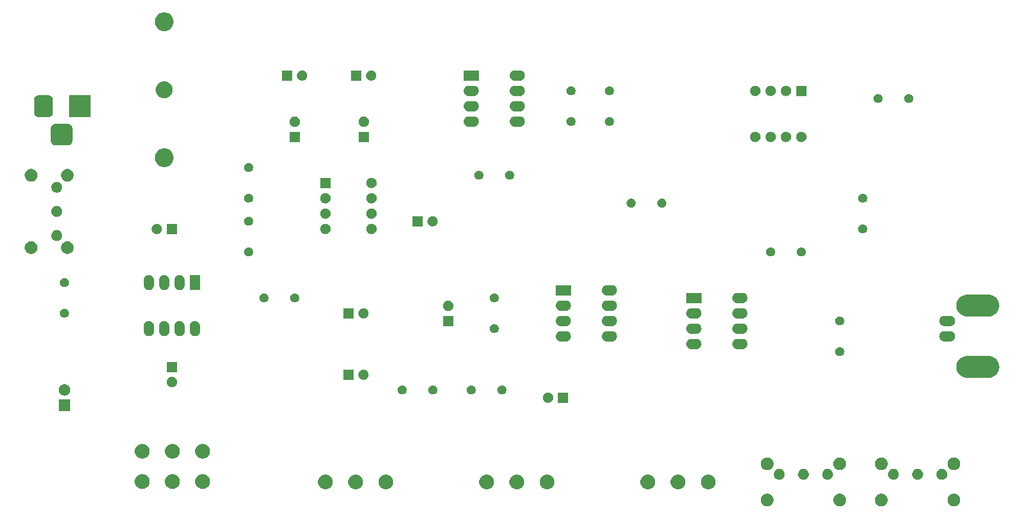
<source format=gbr>
G04 #@! TF.GenerationSoftware,KiCad,Pcbnew,(5.1.5)-3*
G04 #@! TF.CreationDate,2020-06-19T21:21:12-03:00*
G04 #@! TF.ProjectId,gerador_de_funcoes,67657261-646f-4725-9f64-655f66756e63,rev?*
G04 #@! TF.SameCoordinates,Original*
G04 #@! TF.FileFunction,Soldermask,Top*
G04 #@! TF.FilePolarity,Negative*
%FSLAX46Y46*%
G04 Gerber Fmt 4.6, Leading zero omitted, Abs format (unit mm)*
G04 Created by KiCad (PCBNEW (5.1.5)-3) date 2020-06-19 21:21:12*
%MOMM*%
%LPD*%
G04 APERTURE LIST*
%ADD10C,0.100000*%
G04 APERTURE END LIST*
D10*
G36*
X209696564Y-141669389D02*
G01*
X209887833Y-141748615D01*
X209887835Y-141748616D01*
X210059973Y-141863635D01*
X210206365Y-142010027D01*
X210321385Y-142182167D01*
X210400611Y-142373436D01*
X210441000Y-142576484D01*
X210441000Y-142783516D01*
X210400611Y-142986564D01*
X210321385Y-143177833D01*
X210321384Y-143177835D01*
X210206365Y-143349973D01*
X210059973Y-143496365D01*
X209887835Y-143611384D01*
X209887834Y-143611385D01*
X209887833Y-143611385D01*
X209696564Y-143690611D01*
X209493516Y-143731000D01*
X209286484Y-143731000D01*
X209083436Y-143690611D01*
X208892167Y-143611385D01*
X208892166Y-143611385D01*
X208892165Y-143611384D01*
X208720027Y-143496365D01*
X208573635Y-143349973D01*
X208458616Y-143177835D01*
X208458615Y-143177833D01*
X208379389Y-142986564D01*
X208339000Y-142783516D01*
X208339000Y-142576484D01*
X208379389Y-142373436D01*
X208458615Y-142182167D01*
X208573635Y-142010027D01*
X208720027Y-141863635D01*
X208892165Y-141748616D01*
X208892167Y-141748615D01*
X209083436Y-141669389D01*
X209286484Y-141629000D01*
X209493516Y-141629000D01*
X209696564Y-141669389D01*
G37*
G36*
X197696564Y-141669389D02*
G01*
X197887833Y-141748615D01*
X197887835Y-141748616D01*
X198059973Y-141863635D01*
X198206365Y-142010027D01*
X198321385Y-142182167D01*
X198400611Y-142373436D01*
X198441000Y-142576484D01*
X198441000Y-142783516D01*
X198400611Y-142986564D01*
X198321385Y-143177833D01*
X198321384Y-143177835D01*
X198206365Y-143349973D01*
X198059973Y-143496365D01*
X197887835Y-143611384D01*
X197887834Y-143611385D01*
X197887833Y-143611385D01*
X197696564Y-143690611D01*
X197493516Y-143731000D01*
X197286484Y-143731000D01*
X197083436Y-143690611D01*
X196892167Y-143611385D01*
X196892166Y-143611385D01*
X196892165Y-143611384D01*
X196720027Y-143496365D01*
X196573635Y-143349973D01*
X196458616Y-143177835D01*
X196458615Y-143177833D01*
X196379389Y-142986564D01*
X196339000Y-142783516D01*
X196339000Y-142576484D01*
X196379389Y-142373436D01*
X196458615Y-142182167D01*
X196573635Y-142010027D01*
X196720027Y-141863635D01*
X196892165Y-141748616D01*
X196892167Y-141748615D01*
X197083436Y-141669389D01*
X197286484Y-141629000D01*
X197493516Y-141629000D01*
X197696564Y-141669389D01*
G37*
G36*
X178806564Y-141669389D02*
G01*
X178997833Y-141748615D01*
X178997835Y-141748616D01*
X179169973Y-141863635D01*
X179316365Y-142010027D01*
X179431385Y-142182167D01*
X179510611Y-142373436D01*
X179551000Y-142576484D01*
X179551000Y-142783516D01*
X179510611Y-142986564D01*
X179431385Y-143177833D01*
X179431384Y-143177835D01*
X179316365Y-143349973D01*
X179169973Y-143496365D01*
X178997835Y-143611384D01*
X178997834Y-143611385D01*
X178997833Y-143611385D01*
X178806564Y-143690611D01*
X178603516Y-143731000D01*
X178396484Y-143731000D01*
X178193436Y-143690611D01*
X178002167Y-143611385D01*
X178002166Y-143611385D01*
X178002165Y-143611384D01*
X177830027Y-143496365D01*
X177683635Y-143349973D01*
X177568616Y-143177835D01*
X177568615Y-143177833D01*
X177489389Y-142986564D01*
X177449000Y-142783516D01*
X177449000Y-142576484D01*
X177489389Y-142373436D01*
X177568615Y-142182167D01*
X177683635Y-142010027D01*
X177830027Y-141863635D01*
X178002165Y-141748616D01*
X178002167Y-141748615D01*
X178193436Y-141669389D01*
X178396484Y-141629000D01*
X178603516Y-141629000D01*
X178806564Y-141669389D01*
G37*
G36*
X190806564Y-141669389D02*
G01*
X190997833Y-141748615D01*
X190997835Y-141748616D01*
X191169973Y-141863635D01*
X191316365Y-142010027D01*
X191431385Y-142182167D01*
X191510611Y-142373436D01*
X191551000Y-142576484D01*
X191551000Y-142783516D01*
X191510611Y-142986564D01*
X191431385Y-143177833D01*
X191431384Y-143177835D01*
X191316365Y-143349973D01*
X191169973Y-143496365D01*
X190997835Y-143611384D01*
X190997834Y-143611385D01*
X190997833Y-143611385D01*
X190806564Y-143690611D01*
X190603516Y-143731000D01*
X190396484Y-143731000D01*
X190193436Y-143690611D01*
X190002167Y-143611385D01*
X190002166Y-143611385D01*
X190002165Y-143611384D01*
X189830027Y-143496365D01*
X189683635Y-143349973D01*
X189568616Y-143177835D01*
X189568615Y-143177833D01*
X189489389Y-142986564D01*
X189449000Y-142783516D01*
X189449000Y-142576484D01*
X189489389Y-142373436D01*
X189568615Y-142182167D01*
X189683635Y-142010027D01*
X189830027Y-141863635D01*
X190002165Y-141748616D01*
X190002167Y-141748615D01*
X190193436Y-141669389D01*
X190396484Y-141629000D01*
X190603516Y-141629000D01*
X190806564Y-141669389D01*
G37*
G36*
X142318205Y-138502461D02*
G01*
X142436153Y-138525922D01*
X142528194Y-138564047D01*
X142658359Y-138617963D01*
X142858342Y-138751587D01*
X143028413Y-138921658D01*
X143162037Y-139121641D01*
X143206281Y-139228456D01*
X143248757Y-139331000D01*
X143254078Y-139343848D01*
X143301000Y-139579741D01*
X143301000Y-139820259D01*
X143254078Y-140056152D01*
X143162037Y-140278359D01*
X143028413Y-140478342D01*
X142858342Y-140648413D01*
X142658359Y-140782037D01*
X142528194Y-140835953D01*
X142436153Y-140874078D01*
X142200259Y-140921000D01*
X141959741Y-140921000D01*
X141723847Y-140874078D01*
X141631806Y-140835953D01*
X141501641Y-140782037D01*
X141301658Y-140648413D01*
X141131587Y-140478342D01*
X140997963Y-140278359D01*
X140905922Y-140056152D01*
X140859000Y-139820259D01*
X140859000Y-139579741D01*
X140905922Y-139343848D01*
X140911244Y-139331000D01*
X140953719Y-139228456D01*
X140997963Y-139121641D01*
X141131587Y-138921658D01*
X141301658Y-138751587D01*
X141501641Y-138617963D01*
X141631806Y-138564047D01*
X141723847Y-138525922D01*
X141841795Y-138502461D01*
X141959741Y-138479000D01*
X142200259Y-138479000D01*
X142318205Y-138502461D01*
G37*
G36*
X158988205Y-138502461D02*
G01*
X159106153Y-138525922D01*
X159198194Y-138564047D01*
X159328359Y-138617963D01*
X159528342Y-138751587D01*
X159698413Y-138921658D01*
X159832037Y-139121641D01*
X159876281Y-139228456D01*
X159918757Y-139331000D01*
X159924078Y-139343848D01*
X159971000Y-139579741D01*
X159971000Y-139820259D01*
X159924078Y-140056152D01*
X159832037Y-140278359D01*
X159698413Y-140478342D01*
X159528342Y-140648413D01*
X159328359Y-140782037D01*
X159198194Y-140835953D01*
X159106153Y-140874078D01*
X158870259Y-140921000D01*
X158629741Y-140921000D01*
X158393847Y-140874078D01*
X158301806Y-140835953D01*
X158171641Y-140782037D01*
X157971658Y-140648413D01*
X157801587Y-140478342D01*
X157667963Y-140278359D01*
X157575922Y-140056152D01*
X157529000Y-139820259D01*
X157529000Y-139579741D01*
X157575922Y-139343848D01*
X157581244Y-139331000D01*
X157623719Y-139228456D01*
X157667963Y-139121641D01*
X157801587Y-138921658D01*
X157971658Y-138751587D01*
X158171641Y-138617963D01*
X158301806Y-138564047D01*
X158393847Y-138525922D01*
X158511795Y-138502461D01*
X158629741Y-138479000D01*
X158870259Y-138479000D01*
X158988205Y-138502461D01*
G37*
G36*
X163988205Y-138502461D02*
G01*
X164106153Y-138525922D01*
X164198194Y-138564047D01*
X164328359Y-138617963D01*
X164528342Y-138751587D01*
X164698413Y-138921658D01*
X164832037Y-139121641D01*
X164876281Y-139228456D01*
X164918757Y-139331000D01*
X164924078Y-139343848D01*
X164971000Y-139579741D01*
X164971000Y-139820259D01*
X164924078Y-140056152D01*
X164832037Y-140278359D01*
X164698413Y-140478342D01*
X164528342Y-140648413D01*
X164328359Y-140782037D01*
X164198194Y-140835953D01*
X164106153Y-140874078D01*
X163870259Y-140921000D01*
X163629741Y-140921000D01*
X163393847Y-140874078D01*
X163301806Y-140835953D01*
X163171641Y-140782037D01*
X162971658Y-140648413D01*
X162801587Y-140478342D01*
X162667963Y-140278359D01*
X162575922Y-140056152D01*
X162529000Y-139820259D01*
X162529000Y-139579741D01*
X162575922Y-139343848D01*
X162581244Y-139331000D01*
X162623719Y-139228456D01*
X162667963Y-139121641D01*
X162801587Y-138921658D01*
X162971658Y-138751587D01*
X163171641Y-138617963D01*
X163301806Y-138564047D01*
X163393847Y-138525922D01*
X163511795Y-138502461D01*
X163629741Y-138479000D01*
X163870259Y-138479000D01*
X163988205Y-138502461D01*
G37*
G36*
X168988205Y-138502461D02*
G01*
X169106153Y-138525922D01*
X169198194Y-138564047D01*
X169328359Y-138617963D01*
X169528342Y-138751587D01*
X169698413Y-138921658D01*
X169832037Y-139121641D01*
X169876281Y-139228456D01*
X169918757Y-139331000D01*
X169924078Y-139343848D01*
X169971000Y-139579741D01*
X169971000Y-139820259D01*
X169924078Y-140056152D01*
X169832037Y-140278359D01*
X169698413Y-140478342D01*
X169528342Y-140648413D01*
X169328359Y-140782037D01*
X169198194Y-140835953D01*
X169106153Y-140874078D01*
X168870259Y-140921000D01*
X168629741Y-140921000D01*
X168393847Y-140874078D01*
X168301806Y-140835953D01*
X168171641Y-140782037D01*
X167971658Y-140648413D01*
X167801587Y-140478342D01*
X167667963Y-140278359D01*
X167575922Y-140056152D01*
X167529000Y-139820259D01*
X167529000Y-139579741D01*
X167575922Y-139343848D01*
X167581244Y-139331000D01*
X167623719Y-139228456D01*
X167667963Y-139121641D01*
X167801587Y-138921658D01*
X167971658Y-138751587D01*
X168171641Y-138617963D01*
X168301806Y-138564047D01*
X168393847Y-138525922D01*
X168511795Y-138502461D01*
X168629741Y-138479000D01*
X168870259Y-138479000D01*
X168988205Y-138502461D01*
G37*
G36*
X137318205Y-138502461D02*
G01*
X137436153Y-138525922D01*
X137528194Y-138564047D01*
X137658359Y-138617963D01*
X137858342Y-138751587D01*
X138028413Y-138921658D01*
X138162037Y-139121641D01*
X138206281Y-139228456D01*
X138248757Y-139331000D01*
X138254078Y-139343848D01*
X138301000Y-139579741D01*
X138301000Y-139820259D01*
X138254078Y-140056152D01*
X138162037Y-140278359D01*
X138028413Y-140478342D01*
X137858342Y-140648413D01*
X137658359Y-140782037D01*
X137528194Y-140835953D01*
X137436153Y-140874078D01*
X137200259Y-140921000D01*
X136959741Y-140921000D01*
X136723847Y-140874078D01*
X136631806Y-140835953D01*
X136501641Y-140782037D01*
X136301658Y-140648413D01*
X136131587Y-140478342D01*
X135997963Y-140278359D01*
X135905922Y-140056152D01*
X135859000Y-139820259D01*
X135859000Y-139579741D01*
X135905922Y-139343848D01*
X135911244Y-139331000D01*
X135953719Y-139228456D01*
X135997963Y-139121641D01*
X136131587Y-138921658D01*
X136301658Y-138751587D01*
X136501641Y-138617963D01*
X136631806Y-138564047D01*
X136723847Y-138525922D01*
X136841795Y-138502461D01*
X136959741Y-138479000D01*
X137200259Y-138479000D01*
X137318205Y-138502461D01*
G37*
G36*
X105648205Y-138502461D02*
G01*
X105766153Y-138525922D01*
X105858194Y-138564047D01*
X105988359Y-138617963D01*
X106188342Y-138751587D01*
X106358413Y-138921658D01*
X106492037Y-139121641D01*
X106536281Y-139228456D01*
X106578757Y-139331000D01*
X106584078Y-139343848D01*
X106631000Y-139579741D01*
X106631000Y-139820259D01*
X106584078Y-140056152D01*
X106492037Y-140278359D01*
X106358413Y-140478342D01*
X106188342Y-140648413D01*
X105988359Y-140782037D01*
X105858194Y-140835953D01*
X105766153Y-140874078D01*
X105530259Y-140921000D01*
X105289741Y-140921000D01*
X105053847Y-140874078D01*
X104961806Y-140835953D01*
X104831641Y-140782037D01*
X104631658Y-140648413D01*
X104461587Y-140478342D01*
X104327963Y-140278359D01*
X104235922Y-140056152D01*
X104189000Y-139820259D01*
X104189000Y-139579741D01*
X104235922Y-139343848D01*
X104241244Y-139331000D01*
X104283719Y-139228456D01*
X104327963Y-139121641D01*
X104461587Y-138921658D01*
X104631658Y-138751587D01*
X104831641Y-138617963D01*
X104961806Y-138564047D01*
X105053847Y-138525922D01*
X105171795Y-138502461D01*
X105289741Y-138479000D01*
X105530259Y-138479000D01*
X105648205Y-138502461D01*
G37*
G36*
X110648205Y-138502461D02*
G01*
X110766153Y-138525922D01*
X110858194Y-138564047D01*
X110988359Y-138617963D01*
X111188342Y-138751587D01*
X111358413Y-138921658D01*
X111492037Y-139121641D01*
X111536281Y-139228456D01*
X111578757Y-139331000D01*
X111584078Y-139343848D01*
X111631000Y-139579741D01*
X111631000Y-139820259D01*
X111584078Y-140056152D01*
X111492037Y-140278359D01*
X111358413Y-140478342D01*
X111188342Y-140648413D01*
X110988359Y-140782037D01*
X110858194Y-140835953D01*
X110766153Y-140874078D01*
X110530259Y-140921000D01*
X110289741Y-140921000D01*
X110053847Y-140874078D01*
X109961806Y-140835953D01*
X109831641Y-140782037D01*
X109631658Y-140648413D01*
X109461587Y-140478342D01*
X109327963Y-140278359D01*
X109235922Y-140056152D01*
X109189000Y-139820259D01*
X109189000Y-139579741D01*
X109235922Y-139343848D01*
X109241244Y-139331000D01*
X109283719Y-139228456D01*
X109327963Y-139121641D01*
X109461587Y-138921658D01*
X109631658Y-138751587D01*
X109831641Y-138617963D01*
X109961806Y-138564047D01*
X110053847Y-138525922D01*
X110171795Y-138502461D01*
X110289741Y-138479000D01*
X110530259Y-138479000D01*
X110648205Y-138502461D01*
G37*
G36*
X115648205Y-138502461D02*
G01*
X115766153Y-138525922D01*
X115858194Y-138564047D01*
X115988359Y-138617963D01*
X116188342Y-138751587D01*
X116358413Y-138921658D01*
X116492037Y-139121641D01*
X116536281Y-139228456D01*
X116578757Y-139331000D01*
X116584078Y-139343848D01*
X116631000Y-139579741D01*
X116631000Y-139820259D01*
X116584078Y-140056152D01*
X116492037Y-140278359D01*
X116358413Y-140478342D01*
X116188342Y-140648413D01*
X115988359Y-140782037D01*
X115858194Y-140835953D01*
X115766153Y-140874078D01*
X115530259Y-140921000D01*
X115289741Y-140921000D01*
X115053847Y-140874078D01*
X114961806Y-140835953D01*
X114831641Y-140782037D01*
X114631658Y-140648413D01*
X114461587Y-140478342D01*
X114327963Y-140278359D01*
X114235922Y-140056152D01*
X114189000Y-139820259D01*
X114189000Y-139579741D01*
X114235922Y-139343848D01*
X114241244Y-139331000D01*
X114283719Y-139228456D01*
X114327963Y-139121641D01*
X114461587Y-138921658D01*
X114631658Y-138751587D01*
X114831641Y-138617963D01*
X114961806Y-138564047D01*
X115053847Y-138525922D01*
X115171795Y-138502461D01*
X115289741Y-138479000D01*
X115530259Y-138479000D01*
X115648205Y-138502461D01*
G37*
G36*
X132318205Y-138502461D02*
G01*
X132436153Y-138525922D01*
X132528194Y-138564047D01*
X132658359Y-138617963D01*
X132858342Y-138751587D01*
X133028413Y-138921658D01*
X133162037Y-139121641D01*
X133206281Y-139228456D01*
X133248757Y-139331000D01*
X133254078Y-139343848D01*
X133301000Y-139579741D01*
X133301000Y-139820259D01*
X133254078Y-140056152D01*
X133162037Y-140278359D01*
X133028413Y-140478342D01*
X132858342Y-140648413D01*
X132658359Y-140782037D01*
X132528194Y-140835953D01*
X132436153Y-140874078D01*
X132200259Y-140921000D01*
X131959741Y-140921000D01*
X131723847Y-140874078D01*
X131631806Y-140835953D01*
X131501641Y-140782037D01*
X131301658Y-140648413D01*
X131131587Y-140478342D01*
X130997963Y-140278359D01*
X130905922Y-140056152D01*
X130859000Y-139820259D01*
X130859000Y-139579741D01*
X130905922Y-139343848D01*
X130911244Y-139331000D01*
X130953719Y-139228456D01*
X130997963Y-139121641D01*
X131131587Y-138921658D01*
X131301658Y-138751587D01*
X131501641Y-138617963D01*
X131631806Y-138564047D01*
X131723847Y-138525922D01*
X131841795Y-138502461D01*
X131959741Y-138479000D01*
X132200259Y-138479000D01*
X132318205Y-138502461D01*
G37*
G36*
X85328205Y-138422461D02*
G01*
X85446153Y-138445922D01*
X85538194Y-138484047D01*
X85668359Y-138537963D01*
X85868342Y-138671587D01*
X86038413Y-138841658D01*
X86172037Y-139041641D01*
X86264078Y-139263848D01*
X86311000Y-139499741D01*
X86311000Y-139740259D01*
X86264078Y-139976152D01*
X86172037Y-140198359D01*
X86038413Y-140398342D01*
X85868342Y-140568413D01*
X85668359Y-140702037D01*
X85538194Y-140755953D01*
X85446153Y-140794078D01*
X85210259Y-140841000D01*
X84969741Y-140841000D01*
X84733847Y-140794078D01*
X84641806Y-140755953D01*
X84511641Y-140702037D01*
X84311658Y-140568413D01*
X84141587Y-140398342D01*
X84007963Y-140198359D01*
X83915922Y-139976152D01*
X83869000Y-139740259D01*
X83869000Y-139499741D01*
X83915922Y-139263848D01*
X84007963Y-139041641D01*
X84141587Y-138841658D01*
X84311658Y-138671587D01*
X84511641Y-138537963D01*
X84641806Y-138484047D01*
X84733847Y-138445922D01*
X84851795Y-138422461D01*
X84969741Y-138399000D01*
X85210259Y-138399000D01*
X85328205Y-138422461D01*
G37*
G36*
X80328205Y-138422461D02*
G01*
X80446153Y-138445922D01*
X80538194Y-138484047D01*
X80668359Y-138537963D01*
X80868342Y-138671587D01*
X81038413Y-138841658D01*
X81172037Y-139041641D01*
X81264078Y-139263848D01*
X81311000Y-139499741D01*
X81311000Y-139740259D01*
X81264078Y-139976152D01*
X81172037Y-140198359D01*
X81038413Y-140398342D01*
X80868342Y-140568413D01*
X80668359Y-140702037D01*
X80538194Y-140755953D01*
X80446153Y-140794078D01*
X80210259Y-140841000D01*
X79969741Y-140841000D01*
X79733847Y-140794078D01*
X79641806Y-140755953D01*
X79511641Y-140702037D01*
X79311658Y-140568413D01*
X79141587Y-140398342D01*
X79007963Y-140198359D01*
X78915922Y-139976152D01*
X78869000Y-139740259D01*
X78869000Y-139499741D01*
X78915922Y-139263848D01*
X79007963Y-139041641D01*
X79141587Y-138841658D01*
X79311658Y-138671587D01*
X79511641Y-138537963D01*
X79641806Y-138484047D01*
X79733847Y-138445922D01*
X79851795Y-138422461D01*
X79969741Y-138399000D01*
X80210259Y-138399000D01*
X80328205Y-138422461D01*
G37*
G36*
X75328205Y-138422461D02*
G01*
X75446153Y-138445922D01*
X75538194Y-138484047D01*
X75668359Y-138537963D01*
X75868342Y-138671587D01*
X76038413Y-138841658D01*
X76172037Y-139041641D01*
X76264078Y-139263848D01*
X76311000Y-139499741D01*
X76311000Y-139740259D01*
X76264078Y-139976152D01*
X76172037Y-140198359D01*
X76038413Y-140398342D01*
X75868342Y-140568413D01*
X75668359Y-140702037D01*
X75538194Y-140755953D01*
X75446153Y-140794078D01*
X75210259Y-140841000D01*
X74969741Y-140841000D01*
X74733847Y-140794078D01*
X74641806Y-140755953D01*
X74511641Y-140702037D01*
X74311658Y-140568413D01*
X74141587Y-140398342D01*
X74007963Y-140198359D01*
X73915922Y-139976152D01*
X73869000Y-139740259D01*
X73869000Y-139499741D01*
X73915922Y-139263848D01*
X74007963Y-139041641D01*
X74141587Y-138841658D01*
X74311658Y-138671587D01*
X74511641Y-138537963D01*
X74641806Y-138484047D01*
X74733847Y-138445922D01*
X74851795Y-138422461D01*
X74969741Y-138399000D01*
X75210259Y-138399000D01*
X75328205Y-138422461D01*
G37*
G36*
X207503512Y-137533927D02*
G01*
X207652812Y-137563624D01*
X207816784Y-137631544D01*
X207964354Y-137730147D01*
X208089853Y-137855646D01*
X208188456Y-138003216D01*
X208256376Y-138167188D01*
X208291000Y-138341259D01*
X208291000Y-138518741D01*
X208256376Y-138692812D01*
X208188456Y-138856784D01*
X208089853Y-139004354D01*
X207964354Y-139129853D01*
X207816784Y-139228456D01*
X207652812Y-139296376D01*
X207503512Y-139326073D01*
X207478742Y-139331000D01*
X207301258Y-139331000D01*
X207276488Y-139326073D01*
X207127188Y-139296376D01*
X206963216Y-139228456D01*
X206815646Y-139129853D01*
X206690147Y-139004354D01*
X206591544Y-138856784D01*
X206523624Y-138692812D01*
X206489000Y-138518741D01*
X206489000Y-138341259D01*
X206523624Y-138167188D01*
X206591544Y-138003216D01*
X206690147Y-137855646D01*
X206815646Y-137730147D01*
X206963216Y-137631544D01*
X207127188Y-137563624D01*
X207276488Y-137533927D01*
X207301258Y-137529000D01*
X207478742Y-137529000D01*
X207503512Y-137533927D01*
G37*
G36*
X203503512Y-137533927D02*
G01*
X203652812Y-137563624D01*
X203816784Y-137631544D01*
X203964354Y-137730147D01*
X204089853Y-137855646D01*
X204188456Y-138003216D01*
X204256376Y-138167188D01*
X204291000Y-138341259D01*
X204291000Y-138518741D01*
X204256376Y-138692812D01*
X204188456Y-138856784D01*
X204089853Y-139004354D01*
X203964354Y-139129853D01*
X203816784Y-139228456D01*
X203652812Y-139296376D01*
X203503512Y-139326073D01*
X203478742Y-139331000D01*
X203301258Y-139331000D01*
X203276488Y-139326073D01*
X203127188Y-139296376D01*
X202963216Y-139228456D01*
X202815646Y-139129853D01*
X202690147Y-139004354D01*
X202591544Y-138856784D01*
X202523624Y-138692812D01*
X202489000Y-138518741D01*
X202489000Y-138341259D01*
X202523624Y-138167188D01*
X202591544Y-138003216D01*
X202690147Y-137855646D01*
X202815646Y-137730147D01*
X202963216Y-137631544D01*
X203127188Y-137563624D01*
X203276488Y-137533927D01*
X203301258Y-137529000D01*
X203478742Y-137529000D01*
X203503512Y-137533927D01*
G37*
G36*
X199503512Y-137533927D02*
G01*
X199652812Y-137563624D01*
X199816784Y-137631544D01*
X199964354Y-137730147D01*
X200089853Y-137855646D01*
X200188456Y-138003216D01*
X200256376Y-138167188D01*
X200291000Y-138341259D01*
X200291000Y-138518741D01*
X200256376Y-138692812D01*
X200188456Y-138856784D01*
X200089853Y-139004354D01*
X199964354Y-139129853D01*
X199816784Y-139228456D01*
X199652812Y-139296376D01*
X199503512Y-139326073D01*
X199478742Y-139331000D01*
X199301258Y-139331000D01*
X199276488Y-139326073D01*
X199127188Y-139296376D01*
X198963216Y-139228456D01*
X198815646Y-139129853D01*
X198690147Y-139004354D01*
X198591544Y-138856784D01*
X198523624Y-138692812D01*
X198489000Y-138518741D01*
X198489000Y-138341259D01*
X198523624Y-138167188D01*
X198591544Y-138003216D01*
X198690147Y-137855646D01*
X198815646Y-137730147D01*
X198963216Y-137631544D01*
X199127188Y-137563624D01*
X199276488Y-137533927D01*
X199301258Y-137529000D01*
X199478742Y-137529000D01*
X199503512Y-137533927D01*
G37*
G36*
X180613512Y-137533927D02*
G01*
X180762812Y-137563624D01*
X180926784Y-137631544D01*
X181074354Y-137730147D01*
X181199853Y-137855646D01*
X181298456Y-138003216D01*
X181366376Y-138167188D01*
X181401000Y-138341259D01*
X181401000Y-138518741D01*
X181366376Y-138692812D01*
X181298456Y-138856784D01*
X181199853Y-139004354D01*
X181074354Y-139129853D01*
X180926784Y-139228456D01*
X180762812Y-139296376D01*
X180613512Y-139326073D01*
X180588742Y-139331000D01*
X180411258Y-139331000D01*
X180386488Y-139326073D01*
X180237188Y-139296376D01*
X180073216Y-139228456D01*
X179925646Y-139129853D01*
X179800147Y-139004354D01*
X179701544Y-138856784D01*
X179633624Y-138692812D01*
X179599000Y-138518741D01*
X179599000Y-138341259D01*
X179633624Y-138167188D01*
X179701544Y-138003216D01*
X179800147Y-137855646D01*
X179925646Y-137730147D01*
X180073216Y-137631544D01*
X180237188Y-137563624D01*
X180386488Y-137533927D01*
X180411258Y-137529000D01*
X180588742Y-137529000D01*
X180613512Y-137533927D01*
G37*
G36*
X184613512Y-137533927D02*
G01*
X184762812Y-137563624D01*
X184926784Y-137631544D01*
X185074354Y-137730147D01*
X185199853Y-137855646D01*
X185298456Y-138003216D01*
X185366376Y-138167188D01*
X185401000Y-138341259D01*
X185401000Y-138518741D01*
X185366376Y-138692812D01*
X185298456Y-138856784D01*
X185199853Y-139004354D01*
X185074354Y-139129853D01*
X184926784Y-139228456D01*
X184762812Y-139296376D01*
X184613512Y-139326073D01*
X184588742Y-139331000D01*
X184411258Y-139331000D01*
X184386488Y-139326073D01*
X184237188Y-139296376D01*
X184073216Y-139228456D01*
X183925646Y-139129853D01*
X183800147Y-139004354D01*
X183701544Y-138856784D01*
X183633624Y-138692812D01*
X183599000Y-138518741D01*
X183599000Y-138341259D01*
X183633624Y-138167188D01*
X183701544Y-138003216D01*
X183800147Y-137855646D01*
X183925646Y-137730147D01*
X184073216Y-137631544D01*
X184237188Y-137563624D01*
X184386488Y-137533927D01*
X184411258Y-137529000D01*
X184588742Y-137529000D01*
X184613512Y-137533927D01*
G37*
G36*
X188613512Y-137533927D02*
G01*
X188762812Y-137563624D01*
X188926784Y-137631544D01*
X189074354Y-137730147D01*
X189199853Y-137855646D01*
X189298456Y-138003216D01*
X189366376Y-138167188D01*
X189401000Y-138341259D01*
X189401000Y-138518741D01*
X189366376Y-138692812D01*
X189298456Y-138856784D01*
X189199853Y-139004354D01*
X189074354Y-139129853D01*
X188926784Y-139228456D01*
X188762812Y-139296376D01*
X188613512Y-139326073D01*
X188588742Y-139331000D01*
X188411258Y-139331000D01*
X188386488Y-139326073D01*
X188237188Y-139296376D01*
X188073216Y-139228456D01*
X187925646Y-139129853D01*
X187800147Y-139004354D01*
X187701544Y-138856784D01*
X187633624Y-138692812D01*
X187599000Y-138518741D01*
X187599000Y-138341259D01*
X187633624Y-138167188D01*
X187701544Y-138003216D01*
X187800147Y-137855646D01*
X187925646Y-137730147D01*
X188073216Y-137631544D01*
X188237188Y-137563624D01*
X188386488Y-137533927D01*
X188411258Y-137529000D01*
X188588742Y-137529000D01*
X188613512Y-137533927D01*
G37*
G36*
X178806564Y-135669389D02*
G01*
X178997833Y-135748615D01*
X178997835Y-135748616D01*
X179136097Y-135841000D01*
X179169973Y-135863635D01*
X179316365Y-136010027D01*
X179431385Y-136182167D01*
X179510611Y-136373436D01*
X179551000Y-136576484D01*
X179551000Y-136783516D01*
X179510611Y-136986564D01*
X179431385Y-137177833D01*
X179431384Y-137177835D01*
X179316365Y-137349973D01*
X179169973Y-137496365D01*
X178997835Y-137611384D01*
X178997834Y-137611385D01*
X178997833Y-137611385D01*
X178806564Y-137690611D01*
X178603516Y-137731000D01*
X178396484Y-137731000D01*
X178193436Y-137690611D01*
X178002167Y-137611385D01*
X178002166Y-137611385D01*
X178002165Y-137611384D01*
X177830027Y-137496365D01*
X177683635Y-137349973D01*
X177568616Y-137177835D01*
X177568615Y-137177833D01*
X177489389Y-136986564D01*
X177449000Y-136783516D01*
X177449000Y-136576484D01*
X177489389Y-136373436D01*
X177568615Y-136182167D01*
X177683635Y-136010027D01*
X177830027Y-135863635D01*
X177863903Y-135841000D01*
X178002165Y-135748616D01*
X178002167Y-135748615D01*
X178193436Y-135669389D01*
X178396484Y-135629000D01*
X178603516Y-135629000D01*
X178806564Y-135669389D01*
G37*
G36*
X209696564Y-135669389D02*
G01*
X209887833Y-135748615D01*
X209887835Y-135748616D01*
X210026097Y-135841000D01*
X210059973Y-135863635D01*
X210206365Y-136010027D01*
X210321385Y-136182167D01*
X210400611Y-136373436D01*
X210441000Y-136576484D01*
X210441000Y-136783516D01*
X210400611Y-136986564D01*
X210321385Y-137177833D01*
X210321384Y-137177835D01*
X210206365Y-137349973D01*
X210059973Y-137496365D01*
X209887835Y-137611384D01*
X209887834Y-137611385D01*
X209887833Y-137611385D01*
X209696564Y-137690611D01*
X209493516Y-137731000D01*
X209286484Y-137731000D01*
X209083436Y-137690611D01*
X208892167Y-137611385D01*
X208892166Y-137611385D01*
X208892165Y-137611384D01*
X208720027Y-137496365D01*
X208573635Y-137349973D01*
X208458616Y-137177835D01*
X208458615Y-137177833D01*
X208379389Y-136986564D01*
X208339000Y-136783516D01*
X208339000Y-136576484D01*
X208379389Y-136373436D01*
X208458615Y-136182167D01*
X208573635Y-136010027D01*
X208720027Y-135863635D01*
X208753903Y-135841000D01*
X208892165Y-135748616D01*
X208892167Y-135748615D01*
X209083436Y-135669389D01*
X209286484Y-135629000D01*
X209493516Y-135629000D01*
X209696564Y-135669389D01*
G37*
G36*
X190806564Y-135669389D02*
G01*
X190997833Y-135748615D01*
X190997835Y-135748616D01*
X191136097Y-135841000D01*
X191169973Y-135863635D01*
X191316365Y-136010027D01*
X191431385Y-136182167D01*
X191510611Y-136373436D01*
X191551000Y-136576484D01*
X191551000Y-136783516D01*
X191510611Y-136986564D01*
X191431385Y-137177833D01*
X191431384Y-137177835D01*
X191316365Y-137349973D01*
X191169973Y-137496365D01*
X190997835Y-137611384D01*
X190997834Y-137611385D01*
X190997833Y-137611385D01*
X190806564Y-137690611D01*
X190603516Y-137731000D01*
X190396484Y-137731000D01*
X190193436Y-137690611D01*
X190002167Y-137611385D01*
X190002166Y-137611385D01*
X190002165Y-137611384D01*
X189830027Y-137496365D01*
X189683635Y-137349973D01*
X189568616Y-137177835D01*
X189568615Y-137177833D01*
X189489389Y-136986564D01*
X189449000Y-136783516D01*
X189449000Y-136576484D01*
X189489389Y-136373436D01*
X189568615Y-136182167D01*
X189683635Y-136010027D01*
X189830027Y-135863635D01*
X189863903Y-135841000D01*
X190002165Y-135748616D01*
X190002167Y-135748615D01*
X190193436Y-135669389D01*
X190396484Y-135629000D01*
X190603516Y-135629000D01*
X190806564Y-135669389D01*
G37*
G36*
X197696564Y-135669389D02*
G01*
X197887833Y-135748615D01*
X197887835Y-135748616D01*
X198026097Y-135841000D01*
X198059973Y-135863635D01*
X198206365Y-136010027D01*
X198321385Y-136182167D01*
X198400611Y-136373436D01*
X198441000Y-136576484D01*
X198441000Y-136783516D01*
X198400611Y-136986564D01*
X198321385Y-137177833D01*
X198321384Y-137177835D01*
X198206365Y-137349973D01*
X198059973Y-137496365D01*
X197887835Y-137611384D01*
X197887834Y-137611385D01*
X197887833Y-137611385D01*
X197696564Y-137690611D01*
X197493516Y-137731000D01*
X197286484Y-137731000D01*
X197083436Y-137690611D01*
X196892167Y-137611385D01*
X196892166Y-137611385D01*
X196892165Y-137611384D01*
X196720027Y-137496365D01*
X196573635Y-137349973D01*
X196458616Y-137177835D01*
X196458615Y-137177833D01*
X196379389Y-136986564D01*
X196339000Y-136783516D01*
X196339000Y-136576484D01*
X196379389Y-136373436D01*
X196458615Y-136182167D01*
X196573635Y-136010027D01*
X196720027Y-135863635D01*
X196753903Y-135841000D01*
X196892165Y-135748616D01*
X196892167Y-135748615D01*
X197083436Y-135669389D01*
X197286484Y-135629000D01*
X197493516Y-135629000D01*
X197696564Y-135669389D01*
G37*
G36*
X75446153Y-133445922D02*
G01*
X75538194Y-133484047D01*
X75668359Y-133537963D01*
X75868342Y-133671587D01*
X76038413Y-133841658D01*
X76172037Y-134041641D01*
X76264078Y-134263848D01*
X76311000Y-134499741D01*
X76311000Y-134740259D01*
X76264078Y-134976152D01*
X76172037Y-135198359D01*
X76038413Y-135398342D01*
X75868342Y-135568413D01*
X75668359Y-135702037D01*
X75555907Y-135748616D01*
X75446153Y-135794078D01*
X75210259Y-135841000D01*
X74969741Y-135841000D01*
X74733847Y-135794078D01*
X74624093Y-135748616D01*
X74511641Y-135702037D01*
X74311658Y-135568413D01*
X74141587Y-135398342D01*
X74007963Y-135198359D01*
X73915922Y-134976152D01*
X73869000Y-134740259D01*
X73869000Y-134499741D01*
X73915922Y-134263848D01*
X74007963Y-134041641D01*
X74141587Y-133841658D01*
X74311658Y-133671587D01*
X74511641Y-133537963D01*
X74641806Y-133484047D01*
X74733847Y-133445922D01*
X74969741Y-133399000D01*
X75210259Y-133399000D01*
X75446153Y-133445922D01*
G37*
G36*
X80446153Y-133445922D02*
G01*
X80538194Y-133484047D01*
X80668359Y-133537963D01*
X80868342Y-133671587D01*
X81038413Y-133841658D01*
X81172037Y-134041641D01*
X81264078Y-134263848D01*
X81311000Y-134499741D01*
X81311000Y-134740259D01*
X81264078Y-134976152D01*
X81172037Y-135198359D01*
X81038413Y-135398342D01*
X80868342Y-135568413D01*
X80668359Y-135702037D01*
X80555907Y-135748616D01*
X80446153Y-135794078D01*
X80210259Y-135841000D01*
X79969741Y-135841000D01*
X79733847Y-135794078D01*
X79624093Y-135748616D01*
X79511641Y-135702037D01*
X79311658Y-135568413D01*
X79141587Y-135398342D01*
X79007963Y-135198359D01*
X78915922Y-134976152D01*
X78869000Y-134740259D01*
X78869000Y-134499741D01*
X78915922Y-134263848D01*
X79007963Y-134041641D01*
X79141587Y-133841658D01*
X79311658Y-133671587D01*
X79511641Y-133537963D01*
X79641806Y-133484047D01*
X79733847Y-133445922D01*
X79969741Y-133399000D01*
X80210259Y-133399000D01*
X80446153Y-133445922D01*
G37*
G36*
X85446153Y-133445922D02*
G01*
X85538194Y-133484047D01*
X85668359Y-133537963D01*
X85868342Y-133671587D01*
X86038413Y-133841658D01*
X86172037Y-134041641D01*
X86264078Y-134263848D01*
X86311000Y-134499741D01*
X86311000Y-134740259D01*
X86264078Y-134976152D01*
X86172037Y-135198359D01*
X86038413Y-135398342D01*
X85868342Y-135568413D01*
X85668359Y-135702037D01*
X85555907Y-135748616D01*
X85446153Y-135794078D01*
X85210259Y-135841000D01*
X84969741Y-135841000D01*
X84733847Y-135794078D01*
X84624093Y-135748616D01*
X84511641Y-135702037D01*
X84311658Y-135568413D01*
X84141587Y-135398342D01*
X84007963Y-135198359D01*
X83915922Y-134976152D01*
X83869000Y-134740259D01*
X83869000Y-134499741D01*
X83915922Y-134263848D01*
X84007963Y-134041641D01*
X84141587Y-133841658D01*
X84311658Y-133671587D01*
X84511641Y-133537963D01*
X84641806Y-133484047D01*
X84733847Y-133445922D01*
X84969741Y-133399000D01*
X85210259Y-133399000D01*
X85446153Y-133445922D01*
G37*
G36*
X63181000Y-127951000D02*
G01*
X61279000Y-127951000D01*
X61279000Y-126049000D01*
X63181000Y-126049000D01*
X63181000Y-127951000D01*
G37*
G36*
X142488228Y-124911703D02*
G01*
X142643100Y-124975853D01*
X142782481Y-125068985D01*
X142901015Y-125187519D01*
X142994147Y-125326900D01*
X143058297Y-125481772D01*
X143091000Y-125646184D01*
X143091000Y-125813816D01*
X143058297Y-125978228D01*
X142994147Y-126133100D01*
X142901015Y-126272481D01*
X142782481Y-126391015D01*
X142643100Y-126484147D01*
X142488228Y-126548297D01*
X142323816Y-126581000D01*
X142156184Y-126581000D01*
X141991772Y-126548297D01*
X141836900Y-126484147D01*
X141697519Y-126391015D01*
X141578985Y-126272481D01*
X141485853Y-126133100D01*
X141421703Y-125978228D01*
X141389000Y-125813816D01*
X141389000Y-125646184D01*
X141421703Y-125481772D01*
X141485853Y-125326900D01*
X141578985Y-125187519D01*
X141697519Y-125068985D01*
X141836900Y-124975853D01*
X141991772Y-124911703D01*
X142156184Y-124879000D01*
X142323816Y-124879000D01*
X142488228Y-124911703D01*
G37*
G36*
X145591000Y-126581000D02*
G01*
X143889000Y-126581000D01*
X143889000Y-124879000D01*
X145591000Y-124879000D01*
X145591000Y-126581000D01*
G37*
G36*
X62507395Y-123545546D02*
G01*
X62680466Y-123617234D01*
X62680467Y-123617235D01*
X62836227Y-123721310D01*
X62968690Y-123853773D01*
X63002349Y-123904147D01*
X63072766Y-124009534D01*
X63144454Y-124182605D01*
X63181000Y-124366333D01*
X63181000Y-124553667D01*
X63144454Y-124737395D01*
X63072766Y-124910466D01*
X63053877Y-124938735D01*
X62968690Y-125066227D01*
X62836227Y-125198690D01*
X62757818Y-125251081D01*
X62680466Y-125302766D01*
X62507395Y-125374454D01*
X62323667Y-125411000D01*
X62136333Y-125411000D01*
X61952605Y-125374454D01*
X61779534Y-125302766D01*
X61702182Y-125251081D01*
X61623773Y-125198690D01*
X61491310Y-125066227D01*
X61406123Y-124938735D01*
X61387234Y-124910466D01*
X61315546Y-124737395D01*
X61279000Y-124553667D01*
X61279000Y-124366333D01*
X61315546Y-124182605D01*
X61387234Y-124009534D01*
X61457651Y-123904147D01*
X61491310Y-123853773D01*
X61623773Y-123721310D01*
X61779533Y-123617235D01*
X61779534Y-123617234D01*
X61952605Y-123545546D01*
X62136333Y-123509000D01*
X62323667Y-123509000D01*
X62507395Y-123545546D01*
G37*
G36*
X134755850Y-123721309D02*
G01*
X134839059Y-123737860D01*
X134975732Y-123794472D01*
X135098735Y-123876660D01*
X135203340Y-123981265D01*
X135285528Y-124104268D01*
X135342140Y-124240941D01*
X135371000Y-124386033D01*
X135371000Y-124533967D01*
X135342140Y-124679059D01*
X135285528Y-124815732D01*
X135203340Y-124938735D01*
X135098735Y-125043340D01*
X134975732Y-125125528D01*
X134975731Y-125125529D01*
X134975730Y-125125529D01*
X134839059Y-125182140D01*
X134693968Y-125211000D01*
X134546032Y-125211000D01*
X134400941Y-125182140D01*
X134264270Y-125125529D01*
X134264269Y-125125529D01*
X134264268Y-125125528D01*
X134141265Y-125043340D01*
X134036660Y-124938735D01*
X133954472Y-124815732D01*
X133897860Y-124679059D01*
X133869000Y-124533967D01*
X133869000Y-124386033D01*
X133897860Y-124240941D01*
X133954472Y-124104268D01*
X134036660Y-123981265D01*
X134141265Y-123876660D01*
X134264268Y-123794472D01*
X134400941Y-123737860D01*
X134484150Y-123721309D01*
X134546032Y-123709000D01*
X134693968Y-123709000D01*
X134755850Y-123721309D01*
G37*
G36*
X129675850Y-123721309D02*
G01*
X129759059Y-123737860D01*
X129895732Y-123794472D01*
X130018735Y-123876660D01*
X130123340Y-123981265D01*
X130205528Y-124104268D01*
X130262140Y-124240941D01*
X130291000Y-124386033D01*
X130291000Y-124533967D01*
X130262140Y-124679059D01*
X130205528Y-124815732D01*
X130123340Y-124938735D01*
X130018735Y-125043340D01*
X129895732Y-125125528D01*
X129895731Y-125125529D01*
X129895730Y-125125529D01*
X129759059Y-125182140D01*
X129613968Y-125211000D01*
X129466032Y-125211000D01*
X129320941Y-125182140D01*
X129184270Y-125125529D01*
X129184269Y-125125529D01*
X129184268Y-125125528D01*
X129061265Y-125043340D01*
X128956660Y-124938735D01*
X128874472Y-124815732D01*
X128817860Y-124679059D01*
X128789000Y-124533967D01*
X128789000Y-124386033D01*
X128817860Y-124240941D01*
X128874472Y-124104268D01*
X128956660Y-123981265D01*
X129061265Y-123876660D01*
X129184268Y-123794472D01*
X129320941Y-123737860D01*
X129404150Y-123721309D01*
X129466032Y-123709000D01*
X129613968Y-123709000D01*
X129675850Y-123721309D01*
G37*
G36*
X123325850Y-123721309D02*
G01*
X123409059Y-123737860D01*
X123545732Y-123794472D01*
X123668735Y-123876660D01*
X123773340Y-123981265D01*
X123855528Y-124104268D01*
X123912140Y-124240941D01*
X123941000Y-124386033D01*
X123941000Y-124533967D01*
X123912140Y-124679059D01*
X123855528Y-124815732D01*
X123773340Y-124938735D01*
X123668735Y-125043340D01*
X123545732Y-125125528D01*
X123545731Y-125125529D01*
X123545730Y-125125529D01*
X123409059Y-125182140D01*
X123263968Y-125211000D01*
X123116032Y-125211000D01*
X122970941Y-125182140D01*
X122834270Y-125125529D01*
X122834269Y-125125529D01*
X122834268Y-125125528D01*
X122711265Y-125043340D01*
X122606660Y-124938735D01*
X122524472Y-124815732D01*
X122467860Y-124679059D01*
X122439000Y-124533967D01*
X122439000Y-124386033D01*
X122467860Y-124240941D01*
X122524472Y-124104268D01*
X122606660Y-123981265D01*
X122711265Y-123876660D01*
X122834268Y-123794472D01*
X122970941Y-123737860D01*
X123054150Y-123721309D01*
X123116032Y-123709000D01*
X123263968Y-123709000D01*
X123325850Y-123721309D01*
G37*
G36*
X118245850Y-123721309D02*
G01*
X118329059Y-123737860D01*
X118465732Y-123794472D01*
X118588735Y-123876660D01*
X118693340Y-123981265D01*
X118775528Y-124104268D01*
X118832140Y-124240941D01*
X118861000Y-124386033D01*
X118861000Y-124533967D01*
X118832140Y-124679059D01*
X118775528Y-124815732D01*
X118693340Y-124938735D01*
X118588735Y-125043340D01*
X118465732Y-125125528D01*
X118465731Y-125125529D01*
X118465730Y-125125529D01*
X118329059Y-125182140D01*
X118183968Y-125211000D01*
X118036032Y-125211000D01*
X117890941Y-125182140D01*
X117754270Y-125125529D01*
X117754269Y-125125529D01*
X117754268Y-125125528D01*
X117631265Y-125043340D01*
X117526660Y-124938735D01*
X117444472Y-124815732D01*
X117387860Y-124679059D01*
X117359000Y-124533967D01*
X117359000Y-124386033D01*
X117387860Y-124240941D01*
X117444472Y-124104268D01*
X117526660Y-123981265D01*
X117631265Y-123876660D01*
X117754268Y-123794472D01*
X117890941Y-123737860D01*
X117974150Y-123721309D01*
X118036032Y-123709000D01*
X118183968Y-123709000D01*
X118245850Y-123721309D01*
G37*
G36*
X80258228Y-122331703D02*
G01*
X80413100Y-122395853D01*
X80552481Y-122488985D01*
X80671015Y-122607519D01*
X80764147Y-122746900D01*
X80828297Y-122901772D01*
X80861000Y-123066184D01*
X80861000Y-123233816D01*
X80828297Y-123398228D01*
X80764147Y-123553100D01*
X80671015Y-123692481D01*
X80552481Y-123811015D01*
X80413100Y-123904147D01*
X80258228Y-123968297D01*
X80093816Y-124001000D01*
X79926184Y-124001000D01*
X79761772Y-123968297D01*
X79606900Y-123904147D01*
X79467519Y-123811015D01*
X79348985Y-123692481D01*
X79255853Y-123553100D01*
X79191703Y-123398228D01*
X79159000Y-123233816D01*
X79159000Y-123066184D01*
X79191703Y-122901772D01*
X79255853Y-122746900D01*
X79348985Y-122607519D01*
X79467519Y-122488985D01*
X79606900Y-122395853D01*
X79761772Y-122331703D01*
X79926184Y-122299000D01*
X80093816Y-122299000D01*
X80258228Y-122331703D01*
G37*
G36*
X111968228Y-121101703D02*
G01*
X112123100Y-121165853D01*
X112262481Y-121258985D01*
X112381015Y-121377519D01*
X112474147Y-121516900D01*
X112538297Y-121671772D01*
X112571000Y-121836184D01*
X112571000Y-122003816D01*
X112538297Y-122168228D01*
X112474147Y-122323100D01*
X112381015Y-122462481D01*
X112262481Y-122581015D01*
X112123100Y-122674147D01*
X111968228Y-122738297D01*
X111803816Y-122771000D01*
X111636184Y-122771000D01*
X111471772Y-122738297D01*
X111316900Y-122674147D01*
X111177519Y-122581015D01*
X111058985Y-122462481D01*
X110965853Y-122323100D01*
X110901703Y-122168228D01*
X110869000Y-122003816D01*
X110869000Y-121836184D01*
X110901703Y-121671772D01*
X110965853Y-121516900D01*
X111058985Y-121377519D01*
X111177519Y-121258985D01*
X111316900Y-121165853D01*
X111471772Y-121101703D01*
X111636184Y-121069000D01*
X111803816Y-121069000D01*
X111968228Y-121101703D01*
G37*
G36*
X110071000Y-122771000D02*
G01*
X108369000Y-122771000D01*
X108369000Y-121069000D01*
X110071000Y-121069000D01*
X110071000Y-122771000D01*
G37*
G36*
X215286669Y-118857686D02*
G01*
X215463058Y-118875059D01*
X215802548Y-118978042D01*
X215802550Y-118978043D01*
X216115422Y-119145277D01*
X216115424Y-119145278D01*
X216115423Y-119145278D01*
X216389661Y-119370339D01*
X216614722Y-119644577D01*
X216781958Y-119957452D01*
X216884941Y-120296942D01*
X216919714Y-120650000D01*
X216884941Y-121003058D01*
X216781958Y-121342548D01*
X216781957Y-121342550D01*
X216614723Y-121655422D01*
X216389661Y-121929661D01*
X216115422Y-122154723D01*
X215845499Y-122299000D01*
X215802548Y-122321958D01*
X215463058Y-122424941D01*
X215286669Y-122442314D01*
X215198476Y-122451000D01*
X211521524Y-122451000D01*
X211433331Y-122442314D01*
X211256942Y-122424941D01*
X210917452Y-122321958D01*
X210874501Y-122299000D01*
X210604578Y-122154723D01*
X210330339Y-121929661D01*
X210105277Y-121655422D01*
X209938043Y-121342550D01*
X209938042Y-121342548D01*
X209835059Y-121003058D01*
X209800286Y-120650000D01*
X209835059Y-120296942D01*
X209938042Y-119957452D01*
X210105278Y-119644577D01*
X210330339Y-119370339D01*
X210604577Y-119145278D01*
X210604576Y-119145278D01*
X210604578Y-119145277D01*
X210917450Y-118978043D01*
X210917452Y-118978042D01*
X211256942Y-118875059D01*
X211433331Y-118857686D01*
X211521524Y-118849000D01*
X215198476Y-118849000D01*
X215286669Y-118857686D01*
G37*
G36*
X80861000Y-121501000D02*
G01*
X79159000Y-121501000D01*
X79159000Y-119799000D01*
X80861000Y-119799000D01*
X80861000Y-121501000D01*
G37*
G36*
X190719059Y-117387860D02*
G01*
X190855732Y-117444472D01*
X190978735Y-117526660D01*
X191083340Y-117631265D01*
X191165528Y-117754268D01*
X191222140Y-117890941D01*
X191251000Y-118036033D01*
X191251000Y-118183967D01*
X191222140Y-118329059D01*
X191165528Y-118465732D01*
X191083340Y-118588735D01*
X190978735Y-118693340D01*
X190855732Y-118775528D01*
X190855731Y-118775529D01*
X190855730Y-118775529D01*
X190719059Y-118832140D01*
X190573968Y-118861000D01*
X190426032Y-118861000D01*
X190280941Y-118832140D01*
X190144270Y-118775529D01*
X190144269Y-118775529D01*
X190144268Y-118775528D01*
X190021265Y-118693340D01*
X189916660Y-118588735D01*
X189834472Y-118465732D01*
X189777860Y-118329059D01*
X189749000Y-118183967D01*
X189749000Y-118036033D01*
X189777860Y-117890941D01*
X189834472Y-117754268D01*
X189916660Y-117631265D01*
X190021265Y-117526660D01*
X190144268Y-117444472D01*
X190280941Y-117387860D01*
X190426032Y-117359000D01*
X190573968Y-117359000D01*
X190719059Y-117387860D01*
G37*
G36*
X166936823Y-116001313D02*
G01*
X167097242Y-116049976D01*
X167229906Y-116120886D01*
X167245078Y-116128996D01*
X167374659Y-116235341D01*
X167481004Y-116364922D01*
X167481005Y-116364924D01*
X167560024Y-116512758D01*
X167608687Y-116673177D01*
X167625117Y-116840000D01*
X167608687Y-117006823D01*
X167560024Y-117167242D01*
X167489114Y-117299906D01*
X167481004Y-117315078D01*
X167374659Y-117444659D01*
X167245078Y-117551004D01*
X167245076Y-117551005D01*
X167097242Y-117630024D01*
X167097239Y-117630025D01*
X167067380Y-117639083D01*
X166936823Y-117678687D01*
X166811804Y-117691000D01*
X165928196Y-117691000D01*
X165803177Y-117678687D01*
X165672620Y-117639083D01*
X165642761Y-117630025D01*
X165642758Y-117630024D01*
X165494924Y-117551005D01*
X165494922Y-117551004D01*
X165365341Y-117444659D01*
X165258996Y-117315078D01*
X165250886Y-117299906D01*
X165179976Y-117167242D01*
X165131313Y-117006823D01*
X165114883Y-116840000D01*
X165131313Y-116673177D01*
X165179976Y-116512758D01*
X165258995Y-116364924D01*
X165258996Y-116364922D01*
X165365341Y-116235341D01*
X165494922Y-116128996D01*
X165510094Y-116120886D01*
X165642758Y-116049976D01*
X165803177Y-116001313D01*
X165928196Y-115989000D01*
X166811804Y-115989000D01*
X166936823Y-116001313D01*
G37*
G36*
X174556823Y-116001313D02*
G01*
X174717242Y-116049976D01*
X174849906Y-116120886D01*
X174865078Y-116128996D01*
X174994659Y-116235341D01*
X175101004Y-116364922D01*
X175101005Y-116364924D01*
X175180024Y-116512758D01*
X175228687Y-116673177D01*
X175245117Y-116840000D01*
X175228687Y-117006823D01*
X175180024Y-117167242D01*
X175109114Y-117299906D01*
X175101004Y-117315078D01*
X174994659Y-117444659D01*
X174865078Y-117551004D01*
X174865076Y-117551005D01*
X174717242Y-117630024D01*
X174717239Y-117630025D01*
X174687380Y-117639083D01*
X174556823Y-117678687D01*
X174431804Y-117691000D01*
X173548196Y-117691000D01*
X173423177Y-117678687D01*
X173292620Y-117639083D01*
X173262761Y-117630025D01*
X173262758Y-117630024D01*
X173114924Y-117551005D01*
X173114922Y-117551004D01*
X172985341Y-117444659D01*
X172878996Y-117315078D01*
X172870886Y-117299906D01*
X172799976Y-117167242D01*
X172751313Y-117006823D01*
X172734883Y-116840000D01*
X172751313Y-116673177D01*
X172799976Y-116512758D01*
X172878995Y-116364924D01*
X172878996Y-116364922D01*
X172985341Y-116235341D01*
X173114922Y-116128996D01*
X173130094Y-116120886D01*
X173262758Y-116049976D01*
X173423177Y-116001313D01*
X173548196Y-115989000D01*
X174431804Y-115989000D01*
X174556823Y-116001313D01*
G37*
G36*
X145346823Y-114731313D02*
G01*
X145477380Y-114770917D01*
X145503145Y-114778733D01*
X145507242Y-114779976D01*
X145639906Y-114850886D01*
X145655078Y-114858996D01*
X145784659Y-114965341D01*
X145891004Y-115094922D01*
X145891005Y-115094924D01*
X145970024Y-115242758D01*
X146018687Y-115403177D01*
X146035117Y-115570000D01*
X146018687Y-115736823D01*
X145970024Y-115897242D01*
X145920978Y-115989000D01*
X145891004Y-116045078D01*
X145784659Y-116174659D01*
X145655078Y-116281004D01*
X145655076Y-116281005D01*
X145507242Y-116360024D01*
X145346823Y-116408687D01*
X145221804Y-116421000D01*
X144338196Y-116421000D01*
X144213177Y-116408687D01*
X144052758Y-116360024D01*
X143904924Y-116281005D01*
X143904922Y-116281004D01*
X143775341Y-116174659D01*
X143668996Y-116045078D01*
X143639022Y-115989000D01*
X143589976Y-115897242D01*
X143541313Y-115736823D01*
X143524883Y-115570000D01*
X143541313Y-115403177D01*
X143589976Y-115242758D01*
X143668995Y-115094924D01*
X143668996Y-115094922D01*
X143775341Y-114965341D01*
X143904922Y-114858996D01*
X143920094Y-114850886D01*
X144052758Y-114779976D01*
X144056856Y-114778733D01*
X144082620Y-114770917D01*
X144213177Y-114731313D01*
X144338196Y-114719000D01*
X145221804Y-114719000D01*
X145346823Y-114731313D01*
G37*
G36*
X208896823Y-114731313D02*
G01*
X209027380Y-114770917D01*
X209053145Y-114778733D01*
X209057242Y-114779976D01*
X209189906Y-114850886D01*
X209205078Y-114858996D01*
X209334659Y-114965341D01*
X209441004Y-115094922D01*
X209441005Y-115094924D01*
X209520024Y-115242758D01*
X209568687Y-115403177D01*
X209585117Y-115570000D01*
X209568687Y-115736823D01*
X209520024Y-115897242D01*
X209470978Y-115989000D01*
X209441004Y-116045078D01*
X209334659Y-116174659D01*
X209205078Y-116281004D01*
X209205076Y-116281005D01*
X209057242Y-116360024D01*
X208896823Y-116408687D01*
X208771804Y-116421000D01*
X207788196Y-116421000D01*
X207663177Y-116408687D01*
X207502758Y-116360024D01*
X207354924Y-116281005D01*
X207354922Y-116281004D01*
X207225341Y-116174659D01*
X207118996Y-116045078D01*
X207089022Y-115989000D01*
X207039976Y-115897242D01*
X206991313Y-115736823D01*
X206974883Y-115570000D01*
X206991313Y-115403177D01*
X207039976Y-115242758D01*
X207118995Y-115094924D01*
X207118996Y-115094922D01*
X207225341Y-114965341D01*
X207354922Y-114858996D01*
X207370094Y-114850886D01*
X207502758Y-114779976D01*
X207506856Y-114778733D01*
X207532620Y-114770917D01*
X207663177Y-114731313D01*
X207788196Y-114719000D01*
X208771804Y-114719000D01*
X208896823Y-114731313D01*
G37*
G36*
X152966823Y-114731313D02*
G01*
X153097380Y-114770917D01*
X153123145Y-114778733D01*
X153127242Y-114779976D01*
X153259906Y-114850886D01*
X153275078Y-114858996D01*
X153404659Y-114965341D01*
X153511004Y-115094922D01*
X153511005Y-115094924D01*
X153590024Y-115242758D01*
X153638687Y-115403177D01*
X153655117Y-115570000D01*
X153638687Y-115736823D01*
X153590024Y-115897242D01*
X153540978Y-115989000D01*
X153511004Y-116045078D01*
X153404659Y-116174659D01*
X153275078Y-116281004D01*
X153275076Y-116281005D01*
X153127242Y-116360024D01*
X152966823Y-116408687D01*
X152841804Y-116421000D01*
X151958196Y-116421000D01*
X151833177Y-116408687D01*
X151672758Y-116360024D01*
X151524924Y-116281005D01*
X151524922Y-116281004D01*
X151395341Y-116174659D01*
X151288996Y-116045078D01*
X151259022Y-115989000D01*
X151209976Y-115897242D01*
X151161313Y-115736823D01*
X151144883Y-115570000D01*
X151161313Y-115403177D01*
X151209976Y-115242758D01*
X151288995Y-115094924D01*
X151288996Y-115094922D01*
X151395341Y-114965341D01*
X151524922Y-114858996D01*
X151540094Y-114850886D01*
X151672758Y-114779976D01*
X151676856Y-114778733D01*
X151702620Y-114770917D01*
X151833177Y-114731313D01*
X151958196Y-114719000D01*
X152841804Y-114719000D01*
X152966823Y-114731313D01*
G37*
G36*
X83986823Y-113061313D02*
G01*
X84117380Y-113100917D01*
X84127437Y-113103968D01*
X84147242Y-113109976D01*
X84279906Y-113180886D01*
X84295078Y-113188996D01*
X84424659Y-113295341D01*
X84531004Y-113424922D01*
X84531005Y-113424924D01*
X84610024Y-113572758D01*
X84610025Y-113572761D01*
X84628745Y-113634472D01*
X84658687Y-113733178D01*
X84671000Y-113858197D01*
X84671000Y-114741804D01*
X84658687Y-114866823D01*
X84653676Y-114883341D01*
X84614950Y-115011005D01*
X84610024Y-115027242D01*
X84573848Y-115094922D01*
X84531004Y-115175078D01*
X84424659Y-115304659D01*
X84295077Y-115411005D01*
X84147241Y-115490024D01*
X83986822Y-115538687D01*
X83820000Y-115555117D01*
X83653177Y-115538687D01*
X83492758Y-115490024D01*
X83344924Y-115411005D01*
X83344922Y-115411004D01*
X83215341Y-115304659D01*
X83108995Y-115175077D01*
X83029976Y-115027241D01*
X83025051Y-115011004D01*
X82981314Y-114866824D01*
X82981313Y-114866822D01*
X82969000Y-114741803D01*
X82969000Y-113858197D01*
X82981314Y-113733177D01*
X83025051Y-113588996D01*
X83029976Y-113572761D01*
X83029977Y-113572758D01*
X83108996Y-113424924D01*
X83108997Y-113424922D01*
X83215342Y-113295341D01*
X83344923Y-113188996D01*
X83360095Y-113180886D01*
X83492759Y-113109976D01*
X83512565Y-113103968D01*
X83522621Y-113100917D01*
X83653178Y-113061313D01*
X83820000Y-113044883D01*
X83986823Y-113061313D01*
G37*
G36*
X81446823Y-113061313D02*
G01*
X81577380Y-113100917D01*
X81587437Y-113103968D01*
X81607242Y-113109976D01*
X81739906Y-113180886D01*
X81755078Y-113188996D01*
X81884659Y-113295341D01*
X81991004Y-113424922D01*
X81991005Y-113424924D01*
X82070024Y-113572758D01*
X82070025Y-113572761D01*
X82088745Y-113634472D01*
X82118687Y-113733178D01*
X82131000Y-113858197D01*
X82131000Y-114741804D01*
X82118687Y-114866823D01*
X82113676Y-114883341D01*
X82074950Y-115011005D01*
X82070024Y-115027242D01*
X82033848Y-115094922D01*
X81991004Y-115175078D01*
X81884659Y-115304659D01*
X81755077Y-115411005D01*
X81607241Y-115490024D01*
X81446822Y-115538687D01*
X81280000Y-115555117D01*
X81113177Y-115538687D01*
X80952758Y-115490024D01*
X80804924Y-115411005D01*
X80804922Y-115411004D01*
X80675341Y-115304659D01*
X80568995Y-115175077D01*
X80489976Y-115027241D01*
X80485051Y-115011004D01*
X80441314Y-114866824D01*
X80441313Y-114866822D01*
X80429000Y-114741803D01*
X80429000Y-113858197D01*
X80441314Y-113733177D01*
X80485051Y-113588996D01*
X80489976Y-113572761D01*
X80489977Y-113572758D01*
X80568996Y-113424924D01*
X80568997Y-113424922D01*
X80675342Y-113295341D01*
X80804923Y-113188996D01*
X80820095Y-113180886D01*
X80952759Y-113109976D01*
X80972565Y-113103968D01*
X80982621Y-113100917D01*
X81113178Y-113061313D01*
X81280000Y-113044883D01*
X81446823Y-113061313D01*
G37*
G36*
X78906823Y-113061313D02*
G01*
X79037380Y-113100917D01*
X79047437Y-113103968D01*
X79067242Y-113109976D01*
X79199906Y-113180886D01*
X79215078Y-113188996D01*
X79344659Y-113295341D01*
X79451004Y-113424922D01*
X79451005Y-113424924D01*
X79530024Y-113572758D01*
X79530025Y-113572761D01*
X79548745Y-113634472D01*
X79578687Y-113733178D01*
X79591000Y-113858197D01*
X79591000Y-114741804D01*
X79578687Y-114866823D01*
X79573676Y-114883341D01*
X79534950Y-115011005D01*
X79530024Y-115027242D01*
X79493848Y-115094922D01*
X79451004Y-115175078D01*
X79344659Y-115304659D01*
X79215077Y-115411005D01*
X79067241Y-115490024D01*
X78906822Y-115538687D01*
X78740000Y-115555117D01*
X78573177Y-115538687D01*
X78412758Y-115490024D01*
X78264924Y-115411005D01*
X78264922Y-115411004D01*
X78135341Y-115304659D01*
X78028995Y-115175077D01*
X77949976Y-115027241D01*
X77945051Y-115011004D01*
X77901314Y-114866824D01*
X77901313Y-114866822D01*
X77889000Y-114741803D01*
X77889000Y-113858197D01*
X77901314Y-113733177D01*
X77945051Y-113588996D01*
X77949976Y-113572761D01*
X77949977Y-113572758D01*
X78028996Y-113424924D01*
X78028997Y-113424922D01*
X78135342Y-113295341D01*
X78264923Y-113188996D01*
X78280095Y-113180886D01*
X78412759Y-113109976D01*
X78432565Y-113103968D01*
X78442621Y-113100917D01*
X78573178Y-113061313D01*
X78740000Y-113044883D01*
X78906823Y-113061313D01*
G37*
G36*
X76366823Y-113061313D02*
G01*
X76497380Y-113100917D01*
X76507437Y-113103968D01*
X76527242Y-113109976D01*
X76659906Y-113180886D01*
X76675078Y-113188996D01*
X76804659Y-113295341D01*
X76911004Y-113424922D01*
X76911005Y-113424924D01*
X76990024Y-113572758D01*
X76990025Y-113572761D01*
X77008745Y-113634472D01*
X77038687Y-113733178D01*
X77051000Y-113858197D01*
X77051000Y-114741804D01*
X77038687Y-114866823D01*
X77033676Y-114883341D01*
X76994950Y-115011005D01*
X76990024Y-115027242D01*
X76953848Y-115094922D01*
X76911004Y-115175078D01*
X76804659Y-115304659D01*
X76675077Y-115411005D01*
X76527241Y-115490024D01*
X76366822Y-115538687D01*
X76200000Y-115555117D01*
X76033177Y-115538687D01*
X75872758Y-115490024D01*
X75724924Y-115411005D01*
X75724922Y-115411004D01*
X75595341Y-115304659D01*
X75488995Y-115175077D01*
X75409976Y-115027241D01*
X75405051Y-115011004D01*
X75361314Y-114866824D01*
X75361313Y-114866822D01*
X75349000Y-114741803D01*
X75349000Y-113858197D01*
X75361314Y-113733177D01*
X75405051Y-113588996D01*
X75409976Y-113572761D01*
X75409977Y-113572758D01*
X75488996Y-113424924D01*
X75488997Y-113424922D01*
X75595342Y-113295341D01*
X75724923Y-113188996D01*
X75740095Y-113180886D01*
X75872759Y-113109976D01*
X75892565Y-113103968D01*
X75902621Y-113100917D01*
X76033178Y-113061313D01*
X76200000Y-113044883D01*
X76366823Y-113061313D01*
G37*
G36*
X174556823Y-113461313D02*
G01*
X174687380Y-113500917D01*
X174713145Y-113508733D01*
X174717242Y-113509976D01*
X174834699Y-113572758D01*
X174865078Y-113588996D01*
X174994659Y-113695341D01*
X175101004Y-113824922D01*
X175101005Y-113824924D01*
X175180024Y-113972758D01*
X175228687Y-114133177D01*
X175245117Y-114300000D01*
X175228687Y-114466823D01*
X175180024Y-114627242D01*
X175130978Y-114719000D01*
X175101004Y-114775078D01*
X174994659Y-114904659D01*
X174865078Y-115011004D01*
X174865076Y-115011005D01*
X174717242Y-115090024D01*
X174556823Y-115138687D01*
X174431804Y-115151000D01*
X173548196Y-115151000D01*
X173423177Y-115138687D01*
X173262758Y-115090024D01*
X173114924Y-115011005D01*
X173114922Y-115011004D01*
X172985341Y-114904659D01*
X172878996Y-114775078D01*
X172849022Y-114719000D01*
X172799976Y-114627242D01*
X172751313Y-114466823D01*
X172734883Y-114300000D01*
X172751313Y-114133177D01*
X172799976Y-113972758D01*
X172878995Y-113824924D01*
X172878996Y-113824922D01*
X172985341Y-113695341D01*
X173114922Y-113588996D01*
X173145301Y-113572758D01*
X173262758Y-113509976D01*
X173266856Y-113508733D01*
X173292620Y-113500917D01*
X173423177Y-113461313D01*
X173548196Y-113449000D01*
X174431804Y-113449000D01*
X174556823Y-113461313D01*
G37*
G36*
X166936823Y-113461313D02*
G01*
X167067380Y-113500917D01*
X167093145Y-113508733D01*
X167097242Y-113509976D01*
X167214699Y-113572758D01*
X167245078Y-113588996D01*
X167374659Y-113695341D01*
X167481004Y-113824922D01*
X167481005Y-113824924D01*
X167560024Y-113972758D01*
X167608687Y-114133177D01*
X167625117Y-114300000D01*
X167608687Y-114466823D01*
X167560024Y-114627242D01*
X167510978Y-114719000D01*
X167481004Y-114775078D01*
X167374659Y-114904659D01*
X167245078Y-115011004D01*
X167245076Y-115011005D01*
X167097242Y-115090024D01*
X166936823Y-115138687D01*
X166811804Y-115151000D01*
X165928196Y-115151000D01*
X165803177Y-115138687D01*
X165642758Y-115090024D01*
X165494924Y-115011005D01*
X165494922Y-115011004D01*
X165365341Y-114904659D01*
X165258996Y-114775078D01*
X165229022Y-114719000D01*
X165179976Y-114627242D01*
X165131313Y-114466823D01*
X165114883Y-114300000D01*
X165131313Y-114133177D01*
X165179976Y-113972758D01*
X165258995Y-113824924D01*
X165258996Y-113824922D01*
X165365341Y-113695341D01*
X165494922Y-113588996D01*
X165525301Y-113572758D01*
X165642758Y-113509976D01*
X165646856Y-113508733D01*
X165672620Y-113500917D01*
X165803177Y-113461313D01*
X165928196Y-113449000D01*
X166811804Y-113449000D01*
X166936823Y-113461313D01*
G37*
G36*
X133569059Y-113577860D02*
G01*
X133654718Y-113613341D01*
X133705732Y-113634472D01*
X133828735Y-113716660D01*
X133933340Y-113821265D01*
X134015528Y-113944268D01*
X134072140Y-114080941D01*
X134101000Y-114226033D01*
X134101000Y-114373967D01*
X134072140Y-114519059D01*
X134015528Y-114655732D01*
X133933340Y-114778735D01*
X133828735Y-114883340D01*
X133705732Y-114965528D01*
X133705731Y-114965529D01*
X133705730Y-114965529D01*
X133569059Y-115022140D01*
X133423968Y-115051000D01*
X133276032Y-115051000D01*
X133130941Y-115022140D01*
X132994270Y-114965529D01*
X132994269Y-114965529D01*
X132994268Y-114965528D01*
X132871265Y-114883340D01*
X132766660Y-114778735D01*
X132684472Y-114655732D01*
X132627860Y-114519059D01*
X132599000Y-114373967D01*
X132599000Y-114226033D01*
X132627860Y-114080941D01*
X132684472Y-113944268D01*
X132766660Y-113821265D01*
X132871265Y-113716660D01*
X132994268Y-113634472D01*
X133045283Y-113613341D01*
X133130941Y-113577860D01*
X133276032Y-113549000D01*
X133423968Y-113549000D01*
X133569059Y-113577860D01*
G37*
G36*
X126581000Y-113881000D02*
G01*
X124879000Y-113881000D01*
X124879000Y-112179000D01*
X126581000Y-112179000D01*
X126581000Y-113881000D01*
G37*
G36*
X208896823Y-112191313D02*
G01*
X209027380Y-112230917D01*
X209053145Y-112238733D01*
X209057242Y-112239976D01*
X209184244Y-112307860D01*
X209205078Y-112318996D01*
X209334659Y-112425341D01*
X209441004Y-112554922D01*
X209441005Y-112554924D01*
X209520024Y-112702758D01*
X209568687Y-112863177D01*
X209585117Y-113030000D01*
X209568687Y-113196823D01*
X209520024Y-113357242D01*
X209483848Y-113424922D01*
X209441004Y-113505078D01*
X209334659Y-113634659D01*
X209205078Y-113741004D01*
X209205076Y-113741005D01*
X209057242Y-113820024D01*
X209057239Y-113820025D01*
X209041096Y-113824922D01*
X208896823Y-113868687D01*
X208771804Y-113881000D01*
X207788196Y-113881000D01*
X207663177Y-113868687D01*
X207518904Y-113824922D01*
X207502761Y-113820025D01*
X207502758Y-113820024D01*
X207354924Y-113741005D01*
X207354922Y-113741004D01*
X207225341Y-113634659D01*
X207118996Y-113505078D01*
X207076152Y-113424922D01*
X207039976Y-113357242D01*
X206991313Y-113196823D01*
X206974883Y-113030000D01*
X206991313Y-112863177D01*
X207039976Y-112702758D01*
X207118995Y-112554924D01*
X207118996Y-112554922D01*
X207225341Y-112425341D01*
X207354922Y-112318996D01*
X207375756Y-112307860D01*
X207502758Y-112239976D01*
X207506856Y-112238733D01*
X207532620Y-112230917D01*
X207663177Y-112191313D01*
X207788196Y-112179000D01*
X208771804Y-112179000D01*
X208896823Y-112191313D01*
G37*
G36*
X145346823Y-112191313D02*
G01*
X145477380Y-112230917D01*
X145503145Y-112238733D01*
X145507242Y-112239976D01*
X145634244Y-112307860D01*
X145655078Y-112318996D01*
X145784659Y-112425341D01*
X145891004Y-112554922D01*
X145891005Y-112554924D01*
X145970024Y-112702758D01*
X146018687Y-112863177D01*
X146035117Y-113030000D01*
X146018687Y-113196823D01*
X145970024Y-113357242D01*
X145933848Y-113424922D01*
X145891004Y-113505078D01*
X145784659Y-113634659D01*
X145655078Y-113741004D01*
X145655076Y-113741005D01*
X145507242Y-113820024D01*
X145507239Y-113820025D01*
X145491096Y-113824922D01*
X145346823Y-113868687D01*
X145221804Y-113881000D01*
X144338196Y-113881000D01*
X144213177Y-113868687D01*
X144068904Y-113824922D01*
X144052761Y-113820025D01*
X144052758Y-113820024D01*
X143904924Y-113741005D01*
X143904922Y-113741004D01*
X143775341Y-113634659D01*
X143668996Y-113505078D01*
X143626152Y-113424922D01*
X143589976Y-113357242D01*
X143541313Y-113196823D01*
X143524883Y-113030000D01*
X143541313Y-112863177D01*
X143589976Y-112702758D01*
X143668995Y-112554924D01*
X143668996Y-112554922D01*
X143775341Y-112425341D01*
X143904922Y-112318996D01*
X143925756Y-112307860D01*
X144052758Y-112239976D01*
X144056856Y-112238733D01*
X144082620Y-112230917D01*
X144213177Y-112191313D01*
X144338196Y-112179000D01*
X145221804Y-112179000D01*
X145346823Y-112191313D01*
G37*
G36*
X152966823Y-112191313D02*
G01*
X153097380Y-112230917D01*
X153123145Y-112238733D01*
X153127242Y-112239976D01*
X153254244Y-112307860D01*
X153275078Y-112318996D01*
X153404659Y-112425341D01*
X153511004Y-112554922D01*
X153511005Y-112554924D01*
X153590024Y-112702758D01*
X153638687Y-112863177D01*
X153655117Y-113030000D01*
X153638687Y-113196823D01*
X153590024Y-113357242D01*
X153553848Y-113424922D01*
X153511004Y-113505078D01*
X153404659Y-113634659D01*
X153275078Y-113741004D01*
X153275076Y-113741005D01*
X153127242Y-113820024D01*
X153127239Y-113820025D01*
X153111096Y-113824922D01*
X152966823Y-113868687D01*
X152841804Y-113881000D01*
X151958196Y-113881000D01*
X151833177Y-113868687D01*
X151688904Y-113824922D01*
X151672761Y-113820025D01*
X151672758Y-113820024D01*
X151524924Y-113741005D01*
X151524922Y-113741004D01*
X151395341Y-113634659D01*
X151288996Y-113505078D01*
X151246152Y-113424922D01*
X151209976Y-113357242D01*
X151161313Y-113196823D01*
X151144883Y-113030000D01*
X151161313Y-112863177D01*
X151209976Y-112702758D01*
X151288995Y-112554924D01*
X151288996Y-112554922D01*
X151395341Y-112425341D01*
X151524922Y-112318996D01*
X151545756Y-112307860D01*
X151672758Y-112239976D01*
X151676856Y-112238733D01*
X151702620Y-112230917D01*
X151833177Y-112191313D01*
X151958196Y-112179000D01*
X152841804Y-112179000D01*
X152966823Y-112191313D01*
G37*
G36*
X190719059Y-112307860D02*
G01*
X190804718Y-112343341D01*
X190855732Y-112364472D01*
X190978735Y-112446660D01*
X191083340Y-112551265D01*
X191165528Y-112674268D01*
X191222140Y-112810941D01*
X191251000Y-112956033D01*
X191251000Y-113103967D01*
X191222140Y-113249059D01*
X191165528Y-113385732D01*
X191083340Y-113508735D01*
X190978735Y-113613340D01*
X190855732Y-113695528D01*
X190855731Y-113695529D01*
X190855730Y-113695529D01*
X190719059Y-113752140D01*
X190573968Y-113781000D01*
X190426032Y-113781000D01*
X190280941Y-113752140D01*
X190144270Y-113695529D01*
X190144269Y-113695529D01*
X190144268Y-113695528D01*
X190021265Y-113613340D01*
X189916660Y-113508735D01*
X189834472Y-113385732D01*
X189777860Y-113249059D01*
X189749000Y-113103967D01*
X189749000Y-112956033D01*
X189777860Y-112810941D01*
X189834472Y-112674268D01*
X189916660Y-112551265D01*
X190021265Y-112446660D01*
X190144268Y-112364472D01*
X190195283Y-112343341D01*
X190280941Y-112307860D01*
X190426032Y-112279000D01*
X190573968Y-112279000D01*
X190719059Y-112307860D01*
G37*
G36*
X111968228Y-110941703D02*
G01*
X112123100Y-111005853D01*
X112262481Y-111098985D01*
X112381015Y-111217519D01*
X112474147Y-111356900D01*
X112538297Y-111511772D01*
X112571000Y-111676184D01*
X112571000Y-111843816D01*
X112538297Y-112008228D01*
X112474147Y-112163100D01*
X112381015Y-112302481D01*
X112262481Y-112421015D01*
X112123100Y-112514147D01*
X111968228Y-112578297D01*
X111803816Y-112611000D01*
X111636184Y-112611000D01*
X111471772Y-112578297D01*
X111316900Y-112514147D01*
X111177519Y-112421015D01*
X111058985Y-112302481D01*
X110965853Y-112163100D01*
X110901703Y-112008228D01*
X110869000Y-111843816D01*
X110869000Y-111676184D01*
X110901703Y-111511772D01*
X110965853Y-111356900D01*
X111058985Y-111217519D01*
X111177519Y-111098985D01*
X111316900Y-111005853D01*
X111471772Y-110941703D01*
X111636184Y-110909000D01*
X111803816Y-110909000D01*
X111968228Y-110941703D01*
G37*
G36*
X174556823Y-110921313D02*
G01*
X174717242Y-110969976D01*
X174844244Y-111037860D01*
X174865078Y-111048996D01*
X174994659Y-111155341D01*
X175101004Y-111284922D01*
X175101005Y-111284924D01*
X175180024Y-111432758D01*
X175228687Y-111593177D01*
X175245117Y-111760000D01*
X175228687Y-111926823D01*
X175180024Y-112087242D01*
X175139477Y-112163100D01*
X175101004Y-112235078D01*
X174994659Y-112364659D01*
X174865078Y-112471004D01*
X174865076Y-112471005D01*
X174717242Y-112550024D01*
X174717239Y-112550025D01*
X174701096Y-112554922D01*
X174556823Y-112598687D01*
X174431804Y-112611000D01*
X173548196Y-112611000D01*
X173423177Y-112598687D01*
X173278904Y-112554922D01*
X173262761Y-112550025D01*
X173262758Y-112550024D01*
X173114924Y-112471005D01*
X173114922Y-112471004D01*
X172985341Y-112364659D01*
X172878996Y-112235078D01*
X172840523Y-112163100D01*
X172799976Y-112087242D01*
X172751313Y-111926823D01*
X172734883Y-111760000D01*
X172751313Y-111593177D01*
X172799976Y-111432758D01*
X172878995Y-111284924D01*
X172878996Y-111284922D01*
X172985341Y-111155341D01*
X173114922Y-111048996D01*
X173135756Y-111037860D01*
X173262758Y-110969976D01*
X173423177Y-110921313D01*
X173548196Y-110909000D01*
X174431804Y-110909000D01*
X174556823Y-110921313D01*
G37*
G36*
X166936823Y-110921313D02*
G01*
X167097242Y-110969976D01*
X167224244Y-111037860D01*
X167245078Y-111048996D01*
X167374659Y-111155341D01*
X167481004Y-111284922D01*
X167481005Y-111284924D01*
X167560024Y-111432758D01*
X167608687Y-111593177D01*
X167625117Y-111760000D01*
X167608687Y-111926823D01*
X167560024Y-112087242D01*
X167519477Y-112163100D01*
X167481004Y-112235078D01*
X167374659Y-112364659D01*
X167245078Y-112471004D01*
X167245076Y-112471005D01*
X167097242Y-112550024D01*
X167097239Y-112550025D01*
X167081096Y-112554922D01*
X166936823Y-112598687D01*
X166811804Y-112611000D01*
X165928196Y-112611000D01*
X165803177Y-112598687D01*
X165658904Y-112554922D01*
X165642761Y-112550025D01*
X165642758Y-112550024D01*
X165494924Y-112471005D01*
X165494922Y-112471004D01*
X165365341Y-112364659D01*
X165258996Y-112235078D01*
X165220523Y-112163100D01*
X165179976Y-112087242D01*
X165131313Y-111926823D01*
X165114883Y-111760000D01*
X165131313Y-111593177D01*
X165179976Y-111432758D01*
X165258995Y-111284924D01*
X165258996Y-111284922D01*
X165365341Y-111155341D01*
X165494922Y-111048996D01*
X165515756Y-111037860D01*
X165642758Y-110969976D01*
X165803177Y-110921313D01*
X165928196Y-110909000D01*
X166811804Y-110909000D01*
X166936823Y-110921313D01*
G37*
G36*
X110071000Y-112611000D02*
G01*
X108369000Y-112611000D01*
X108369000Y-110909000D01*
X110071000Y-110909000D01*
X110071000Y-112611000D01*
G37*
G36*
X62449059Y-111037860D02*
G01*
X62585732Y-111094472D01*
X62708735Y-111176660D01*
X62813340Y-111281265D01*
X62895528Y-111404268D01*
X62952140Y-111540941D01*
X62981000Y-111686033D01*
X62981000Y-111833967D01*
X62952140Y-111979059D01*
X62895528Y-112115732D01*
X62813340Y-112238735D01*
X62708735Y-112343340D01*
X62585732Y-112425528D01*
X62585731Y-112425529D01*
X62585730Y-112425529D01*
X62449059Y-112482140D01*
X62303968Y-112511000D01*
X62156032Y-112511000D01*
X62010941Y-112482140D01*
X61874270Y-112425529D01*
X61874269Y-112425529D01*
X61874268Y-112425528D01*
X61751265Y-112343340D01*
X61646660Y-112238735D01*
X61564472Y-112115732D01*
X61507860Y-111979059D01*
X61479000Y-111833967D01*
X61479000Y-111686033D01*
X61507860Y-111540941D01*
X61564472Y-111404268D01*
X61646660Y-111281265D01*
X61751265Y-111176660D01*
X61874268Y-111094472D01*
X62010941Y-111037860D01*
X62156032Y-111009000D01*
X62303968Y-111009000D01*
X62449059Y-111037860D01*
G37*
G36*
X215286669Y-108697686D02*
G01*
X215463058Y-108715059D01*
X215802548Y-108818042D01*
X215802550Y-108818043D01*
X216115422Y-108985277D01*
X216389661Y-109210339D01*
X216614723Y-109484578D01*
X216772093Y-109778996D01*
X216781958Y-109797452D01*
X216884941Y-110136942D01*
X216919714Y-110490000D01*
X216884941Y-110843058D01*
X216790211Y-111155341D01*
X216781957Y-111182550D01*
X216614723Y-111495422D01*
X216389661Y-111769661D01*
X216115422Y-111994723D01*
X215802550Y-112161957D01*
X215802548Y-112161958D01*
X215463058Y-112264941D01*
X215286669Y-112282314D01*
X215198476Y-112291000D01*
X211521524Y-112291000D01*
X211433331Y-112282314D01*
X211256942Y-112264941D01*
X210917452Y-112161958D01*
X210917450Y-112161957D01*
X210604578Y-111994723D01*
X210330339Y-111769661D01*
X210105277Y-111495422D01*
X209938043Y-111182550D01*
X209929789Y-111155341D01*
X209835059Y-110843058D01*
X209800286Y-110490000D01*
X209835059Y-110136942D01*
X209938042Y-109797452D01*
X209947907Y-109778996D01*
X210105277Y-109484578D01*
X210330339Y-109210339D01*
X210604578Y-108985277D01*
X210917450Y-108818043D01*
X210917452Y-108818042D01*
X211256942Y-108715059D01*
X211433331Y-108697686D01*
X211521524Y-108689000D01*
X215198476Y-108689000D01*
X215286669Y-108697686D01*
G37*
G36*
X125978228Y-109711703D02*
G01*
X126133100Y-109775853D01*
X126272481Y-109868985D01*
X126391015Y-109987519D01*
X126484147Y-110126900D01*
X126548297Y-110281772D01*
X126581000Y-110446184D01*
X126581000Y-110613816D01*
X126548297Y-110778228D01*
X126484147Y-110933100D01*
X126391015Y-111072481D01*
X126272481Y-111191015D01*
X126133100Y-111284147D01*
X125978228Y-111348297D01*
X125813816Y-111381000D01*
X125646184Y-111381000D01*
X125481772Y-111348297D01*
X125326900Y-111284147D01*
X125187519Y-111191015D01*
X125068985Y-111072481D01*
X124975853Y-110933100D01*
X124911703Y-110778228D01*
X124879000Y-110613816D01*
X124879000Y-110446184D01*
X124911703Y-110281772D01*
X124975853Y-110126900D01*
X125068985Y-109987519D01*
X125187519Y-109868985D01*
X125326900Y-109775853D01*
X125481772Y-109711703D01*
X125646184Y-109679000D01*
X125813816Y-109679000D01*
X125978228Y-109711703D01*
G37*
G36*
X152966823Y-109651313D02*
G01*
X153058094Y-109679000D01*
X153123145Y-109698733D01*
X153127242Y-109699976D01*
X153259906Y-109770886D01*
X153275078Y-109778996D01*
X153404659Y-109885341D01*
X153511004Y-110014922D01*
X153511005Y-110014924D01*
X153590024Y-110162758D01*
X153638687Y-110323177D01*
X153655117Y-110490000D01*
X153638687Y-110656823D01*
X153590024Y-110817242D01*
X153523498Y-110941703D01*
X153511004Y-110965078D01*
X153404659Y-111094659D01*
X153275078Y-111201004D01*
X153275076Y-111201005D01*
X153127242Y-111280024D01*
X153127239Y-111280025D01*
X153113647Y-111284148D01*
X152966823Y-111328687D01*
X152841804Y-111341000D01*
X151958196Y-111341000D01*
X151833177Y-111328687D01*
X151686353Y-111284148D01*
X151672761Y-111280025D01*
X151672758Y-111280024D01*
X151524924Y-111201005D01*
X151524922Y-111201004D01*
X151395341Y-111094659D01*
X151288996Y-110965078D01*
X151276502Y-110941703D01*
X151209976Y-110817242D01*
X151161313Y-110656823D01*
X151144883Y-110490000D01*
X151161313Y-110323177D01*
X151209976Y-110162758D01*
X151288995Y-110014924D01*
X151288996Y-110014922D01*
X151395341Y-109885341D01*
X151524922Y-109778996D01*
X151540094Y-109770886D01*
X151672758Y-109699976D01*
X151676856Y-109698733D01*
X151741906Y-109679000D01*
X151833177Y-109651313D01*
X151958196Y-109639000D01*
X152841804Y-109639000D01*
X152966823Y-109651313D01*
G37*
G36*
X145346823Y-109651313D02*
G01*
X145438094Y-109679000D01*
X145503145Y-109698733D01*
X145507242Y-109699976D01*
X145639906Y-109770886D01*
X145655078Y-109778996D01*
X145784659Y-109885341D01*
X145891004Y-110014922D01*
X145891005Y-110014924D01*
X145970024Y-110162758D01*
X146018687Y-110323177D01*
X146035117Y-110490000D01*
X146018687Y-110656823D01*
X145970024Y-110817242D01*
X145903498Y-110941703D01*
X145891004Y-110965078D01*
X145784659Y-111094659D01*
X145655078Y-111201004D01*
X145655076Y-111201005D01*
X145507242Y-111280024D01*
X145507239Y-111280025D01*
X145493647Y-111284148D01*
X145346823Y-111328687D01*
X145221804Y-111341000D01*
X144338196Y-111341000D01*
X144213177Y-111328687D01*
X144066353Y-111284148D01*
X144052761Y-111280025D01*
X144052758Y-111280024D01*
X143904924Y-111201005D01*
X143904922Y-111201004D01*
X143775341Y-111094659D01*
X143668996Y-110965078D01*
X143656502Y-110941703D01*
X143589976Y-110817242D01*
X143541313Y-110656823D01*
X143524883Y-110490000D01*
X143541313Y-110323177D01*
X143589976Y-110162758D01*
X143668995Y-110014924D01*
X143668996Y-110014922D01*
X143775341Y-109885341D01*
X143904922Y-109778996D01*
X143920094Y-109770886D01*
X144052758Y-109699976D01*
X144056856Y-109698733D01*
X144121906Y-109679000D01*
X144213177Y-109651313D01*
X144338196Y-109639000D01*
X145221804Y-109639000D01*
X145346823Y-109651313D01*
G37*
G36*
X174556823Y-108381313D02*
G01*
X174717242Y-108429976D01*
X174844244Y-108497860D01*
X174865078Y-108508996D01*
X174994659Y-108615341D01*
X175101004Y-108744922D01*
X175101005Y-108744924D01*
X175180024Y-108892758D01*
X175228687Y-109053177D01*
X175245117Y-109220000D01*
X175228687Y-109386823D01*
X175180024Y-109547242D01*
X175130978Y-109639000D01*
X175101004Y-109695078D01*
X174994659Y-109824659D01*
X174865078Y-109931004D01*
X174865076Y-109931005D01*
X174717242Y-110010024D01*
X174556823Y-110058687D01*
X174431804Y-110071000D01*
X173548196Y-110071000D01*
X173423177Y-110058687D01*
X173262758Y-110010024D01*
X173114924Y-109931005D01*
X173114922Y-109931004D01*
X172985341Y-109824659D01*
X172878996Y-109695078D01*
X172849022Y-109639000D01*
X172799976Y-109547242D01*
X172751313Y-109386823D01*
X172734883Y-109220000D01*
X172751313Y-109053177D01*
X172799976Y-108892758D01*
X172878995Y-108744924D01*
X172878996Y-108744922D01*
X172985341Y-108615341D01*
X173114922Y-108508996D01*
X173135756Y-108497860D01*
X173262758Y-108429976D01*
X173423177Y-108381313D01*
X173548196Y-108369000D01*
X174431804Y-108369000D01*
X174556823Y-108381313D01*
G37*
G36*
X167621000Y-110071000D02*
G01*
X165119000Y-110071000D01*
X165119000Y-108369000D01*
X167621000Y-108369000D01*
X167621000Y-110071000D01*
G37*
G36*
X133569059Y-108497860D02*
G01*
X133705732Y-108554472D01*
X133828735Y-108636660D01*
X133933340Y-108741265D01*
X134015528Y-108864268D01*
X134072140Y-109000941D01*
X134101000Y-109146033D01*
X134101000Y-109293967D01*
X134072140Y-109439059D01*
X134015528Y-109575732D01*
X133933340Y-109698735D01*
X133828735Y-109803340D01*
X133705732Y-109885528D01*
X133705731Y-109885529D01*
X133705730Y-109885529D01*
X133569059Y-109942140D01*
X133423968Y-109971000D01*
X133276032Y-109971000D01*
X133130941Y-109942140D01*
X132994270Y-109885529D01*
X132994269Y-109885529D01*
X132994268Y-109885528D01*
X132871265Y-109803340D01*
X132766660Y-109698735D01*
X132684472Y-109575732D01*
X132627860Y-109439059D01*
X132599000Y-109293967D01*
X132599000Y-109146033D01*
X132627860Y-109000941D01*
X132684472Y-108864268D01*
X132766660Y-108741265D01*
X132871265Y-108636660D01*
X132994268Y-108554472D01*
X133130941Y-108497860D01*
X133276032Y-108469000D01*
X133423968Y-108469000D01*
X133569059Y-108497860D01*
G37*
G36*
X100549059Y-108497860D02*
G01*
X100685732Y-108554472D01*
X100808735Y-108636660D01*
X100913340Y-108741265D01*
X100995528Y-108864268D01*
X101052140Y-109000941D01*
X101081000Y-109146033D01*
X101081000Y-109293967D01*
X101052140Y-109439059D01*
X100995528Y-109575732D01*
X100913340Y-109698735D01*
X100808735Y-109803340D01*
X100685732Y-109885528D01*
X100685731Y-109885529D01*
X100685730Y-109885529D01*
X100549059Y-109942140D01*
X100403968Y-109971000D01*
X100256032Y-109971000D01*
X100110941Y-109942140D01*
X99974270Y-109885529D01*
X99974269Y-109885529D01*
X99974268Y-109885528D01*
X99851265Y-109803340D01*
X99746660Y-109698735D01*
X99664472Y-109575732D01*
X99607860Y-109439059D01*
X99579000Y-109293967D01*
X99579000Y-109146033D01*
X99607860Y-109000941D01*
X99664472Y-108864268D01*
X99746660Y-108741265D01*
X99851265Y-108636660D01*
X99974268Y-108554472D01*
X100110941Y-108497860D01*
X100256032Y-108469000D01*
X100403968Y-108469000D01*
X100549059Y-108497860D01*
G37*
G36*
X95469059Y-108497860D02*
G01*
X95605732Y-108554472D01*
X95728735Y-108636660D01*
X95833340Y-108741265D01*
X95915528Y-108864268D01*
X95972140Y-109000941D01*
X96001000Y-109146033D01*
X96001000Y-109293967D01*
X95972140Y-109439059D01*
X95915528Y-109575732D01*
X95833340Y-109698735D01*
X95728735Y-109803340D01*
X95605732Y-109885528D01*
X95605731Y-109885529D01*
X95605730Y-109885529D01*
X95469059Y-109942140D01*
X95323968Y-109971000D01*
X95176032Y-109971000D01*
X95030941Y-109942140D01*
X94894270Y-109885529D01*
X94894269Y-109885529D01*
X94894268Y-109885528D01*
X94771265Y-109803340D01*
X94666660Y-109698735D01*
X94584472Y-109575732D01*
X94527860Y-109439059D01*
X94499000Y-109293967D01*
X94499000Y-109146033D01*
X94527860Y-109000941D01*
X94584472Y-108864268D01*
X94666660Y-108741265D01*
X94771265Y-108636660D01*
X94894268Y-108554472D01*
X95030941Y-108497860D01*
X95176032Y-108469000D01*
X95323968Y-108469000D01*
X95469059Y-108497860D01*
G37*
G36*
X146031000Y-108801000D02*
G01*
X143529000Y-108801000D01*
X143529000Y-107099000D01*
X146031000Y-107099000D01*
X146031000Y-108801000D01*
G37*
G36*
X152966823Y-107111313D02*
G01*
X153097380Y-107150917D01*
X153123145Y-107158733D01*
X153127242Y-107159976D01*
X153259906Y-107230886D01*
X153275078Y-107238996D01*
X153404659Y-107345341D01*
X153511004Y-107474922D01*
X153511005Y-107474924D01*
X153590024Y-107622758D01*
X153638687Y-107783177D01*
X153655117Y-107950000D01*
X153638687Y-108116823D01*
X153590024Y-108277242D01*
X153540978Y-108369000D01*
X153511004Y-108425078D01*
X153404659Y-108554659D01*
X153275078Y-108661004D01*
X153275076Y-108661005D01*
X153127242Y-108740024D01*
X153127239Y-108740025D01*
X153111096Y-108744922D01*
X152966823Y-108788687D01*
X152841804Y-108801000D01*
X151958196Y-108801000D01*
X151833177Y-108788687D01*
X151688904Y-108744922D01*
X151672761Y-108740025D01*
X151672758Y-108740024D01*
X151524924Y-108661005D01*
X151524922Y-108661004D01*
X151395341Y-108554659D01*
X151288996Y-108425078D01*
X151259022Y-108369000D01*
X151209976Y-108277242D01*
X151161313Y-108116823D01*
X151144883Y-107950000D01*
X151161313Y-107783177D01*
X151209976Y-107622758D01*
X151288995Y-107474924D01*
X151288996Y-107474922D01*
X151395341Y-107345341D01*
X151524922Y-107238996D01*
X151540094Y-107230886D01*
X151672758Y-107159976D01*
X151676856Y-107158733D01*
X151702620Y-107150917D01*
X151833177Y-107111313D01*
X151958196Y-107099000D01*
X152841804Y-107099000D01*
X152966823Y-107111313D01*
G37*
G36*
X76366823Y-105441313D02*
G01*
X76527242Y-105489976D01*
X76659906Y-105560886D01*
X76675078Y-105568996D01*
X76804659Y-105675341D01*
X76911004Y-105804922D01*
X76911005Y-105804924D01*
X76990024Y-105952758D01*
X76990025Y-105952761D01*
X77008745Y-106014472D01*
X77038687Y-106113178D01*
X77051000Y-106238197D01*
X77051000Y-107121804D01*
X77038687Y-107246823D01*
X76990024Y-107407242D01*
X76977325Y-107431000D01*
X76911004Y-107555078D01*
X76804659Y-107684659D01*
X76675077Y-107791005D01*
X76527241Y-107870024D01*
X76366822Y-107918687D01*
X76200000Y-107935117D01*
X76033177Y-107918687D01*
X75872758Y-107870024D01*
X75724924Y-107791005D01*
X75724922Y-107791004D01*
X75595341Y-107684659D01*
X75488995Y-107555077D01*
X75409976Y-107407241D01*
X75361313Y-107246822D01*
X75349000Y-107121803D01*
X75349000Y-106238197D01*
X75361314Y-106113177D01*
X75409977Y-105952758D01*
X75488996Y-105804924D01*
X75488997Y-105804922D01*
X75595342Y-105675341D01*
X75724923Y-105568996D01*
X75740095Y-105560886D01*
X75872759Y-105489976D01*
X76033178Y-105441313D01*
X76200000Y-105424883D01*
X76366823Y-105441313D01*
G37*
G36*
X78906823Y-105441313D02*
G01*
X79067242Y-105489976D01*
X79199906Y-105560886D01*
X79215078Y-105568996D01*
X79344659Y-105675341D01*
X79451004Y-105804922D01*
X79451005Y-105804924D01*
X79530024Y-105952758D01*
X79530025Y-105952761D01*
X79548745Y-106014472D01*
X79578687Y-106113178D01*
X79591000Y-106238197D01*
X79591000Y-107121804D01*
X79578687Y-107246823D01*
X79530024Y-107407242D01*
X79517325Y-107431000D01*
X79451004Y-107555078D01*
X79344659Y-107684659D01*
X79215077Y-107791005D01*
X79067241Y-107870024D01*
X78906822Y-107918687D01*
X78740000Y-107935117D01*
X78573177Y-107918687D01*
X78412758Y-107870024D01*
X78264924Y-107791005D01*
X78264922Y-107791004D01*
X78135341Y-107684659D01*
X78028995Y-107555077D01*
X77949976Y-107407241D01*
X77901313Y-107246822D01*
X77889000Y-107121803D01*
X77889000Y-106238197D01*
X77901314Y-106113177D01*
X77949977Y-105952758D01*
X78028996Y-105804924D01*
X78028997Y-105804922D01*
X78135342Y-105675341D01*
X78264923Y-105568996D01*
X78280095Y-105560886D01*
X78412759Y-105489976D01*
X78573178Y-105441313D01*
X78740000Y-105424883D01*
X78906823Y-105441313D01*
G37*
G36*
X81446823Y-105441313D02*
G01*
X81607242Y-105489976D01*
X81739906Y-105560886D01*
X81755078Y-105568996D01*
X81884659Y-105675341D01*
X81991004Y-105804922D01*
X81991005Y-105804924D01*
X82070024Y-105952758D01*
X82070025Y-105952761D01*
X82088745Y-106014472D01*
X82118687Y-106113178D01*
X82131000Y-106238197D01*
X82131000Y-107121804D01*
X82118687Y-107246823D01*
X82070024Y-107407242D01*
X82057325Y-107431000D01*
X81991004Y-107555078D01*
X81884659Y-107684659D01*
X81755077Y-107791005D01*
X81607241Y-107870024D01*
X81446822Y-107918687D01*
X81280000Y-107935117D01*
X81113177Y-107918687D01*
X80952758Y-107870024D01*
X80804924Y-107791005D01*
X80804922Y-107791004D01*
X80675341Y-107684659D01*
X80568995Y-107555077D01*
X80489976Y-107407241D01*
X80441313Y-107246822D01*
X80429000Y-107121803D01*
X80429000Y-106238197D01*
X80441314Y-106113177D01*
X80489977Y-105952758D01*
X80568996Y-105804924D01*
X80568997Y-105804922D01*
X80675342Y-105675341D01*
X80804923Y-105568996D01*
X80820095Y-105560886D01*
X80952759Y-105489976D01*
X81113178Y-105441313D01*
X81280000Y-105424883D01*
X81446823Y-105441313D01*
G37*
G36*
X84671000Y-107931000D02*
G01*
X82969000Y-107931000D01*
X82969000Y-105429000D01*
X84671000Y-105429000D01*
X84671000Y-107931000D01*
G37*
G36*
X62423409Y-105952758D02*
G01*
X62449059Y-105957860D01*
X62585732Y-106014472D01*
X62708735Y-106096660D01*
X62813340Y-106201265D01*
X62895528Y-106324268D01*
X62952140Y-106460941D01*
X62981000Y-106606033D01*
X62981000Y-106753967D01*
X62952140Y-106899059D01*
X62895528Y-107035732D01*
X62813340Y-107158735D01*
X62708735Y-107263340D01*
X62585732Y-107345528D01*
X62585731Y-107345529D01*
X62585730Y-107345529D01*
X62449059Y-107402140D01*
X62303968Y-107431000D01*
X62156032Y-107431000D01*
X62010941Y-107402140D01*
X61874270Y-107345529D01*
X61874269Y-107345529D01*
X61874268Y-107345528D01*
X61751265Y-107263340D01*
X61646660Y-107158735D01*
X61564472Y-107035732D01*
X61507860Y-106899059D01*
X61479000Y-106753967D01*
X61479000Y-106606033D01*
X61507860Y-106460941D01*
X61564472Y-106324268D01*
X61646660Y-106201265D01*
X61751265Y-106096660D01*
X61874268Y-106014472D01*
X62010941Y-105957860D01*
X62036591Y-105952758D01*
X62156032Y-105929000D01*
X62303968Y-105929000D01*
X62423409Y-105952758D01*
G37*
G36*
X184369059Y-100877860D02*
G01*
X184505732Y-100934472D01*
X184628735Y-101016660D01*
X184733340Y-101121265D01*
X184815528Y-101244268D01*
X184872140Y-101380941D01*
X184901000Y-101526033D01*
X184901000Y-101673967D01*
X184872140Y-101819059D01*
X184815528Y-101955732D01*
X184733340Y-102078735D01*
X184628735Y-102183340D01*
X184505732Y-102265528D01*
X184505731Y-102265529D01*
X184505730Y-102265529D01*
X184369059Y-102322140D01*
X184223968Y-102351000D01*
X184076032Y-102351000D01*
X183930941Y-102322140D01*
X183794270Y-102265529D01*
X183794269Y-102265529D01*
X183794268Y-102265528D01*
X183671265Y-102183340D01*
X183566660Y-102078735D01*
X183484472Y-101955732D01*
X183427860Y-101819059D01*
X183399000Y-101673967D01*
X183399000Y-101526033D01*
X183427860Y-101380941D01*
X183484472Y-101244268D01*
X183566660Y-101121265D01*
X183671265Y-101016660D01*
X183794268Y-100934472D01*
X183930941Y-100877860D01*
X184076032Y-100849000D01*
X184223968Y-100849000D01*
X184369059Y-100877860D01*
G37*
G36*
X92929059Y-100877860D02*
G01*
X93065732Y-100934472D01*
X93188735Y-101016660D01*
X93293340Y-101121265D01*
X93375528Y-101244268D01*
X93432140Y-101380941D01*
X93461000Y-101526033D01*
X93461000Y-101673967D01*
X93432140Y-101819059D01*
X93375528Y-101955732D01*
X93293340Y-102078735D01*
X93188735Y-102183340D01*
X93065732Y-102265528D01*
X93065731Y-102265529D01*
X93065730Y-102265529D01*
X92929059Y-102322140D01*
X92783968Y-102351000D01*
X92636032Y-102351000D01*
X92490941Y-102322140D01*
X92354270Y-102265529D01*
X92354269Y-102265529D01*
X92354268Y-102265528D01*
X92231265Y-102183340D01*
X92126660Y-102078735D01*
X92044472Y-101955732D01*
X91987860Y-101819059D01*
X91959000Y-101673967D01*
X91959000Y-101526033D01*
X91987860Y-101380941D01*
X92044472Y-101244268D01*
X92126660Y-101121265D01*
X92231265Y-101016660D01*
X92354268Y-100934472D01*
X92490941Y-100877860D01*
X92636032Y-100849000D01*
X92783968Y-100849000D01*
X92929059Y-100877860D01*
G37*
G36*
X179289059Y-100877860D02*
G01*
X179425732Y-100934472D01*
X179548735Y-101016660D01*
X179653340Y-101121265D01*
X179735528Y-101244268D01*
X179792140Y-101380941D01*
X179821000Y-101526033D01*
X179821000Y-101673967D01*
X179792140Y-101819059D01*
X179735528Y-101955732D01*
X179653340Y-102078735D01*
X179548735Y-102183340D01*
X179425732Y-102265528D01*
X179425731Y-102265529D01*
X179425730Y-102265529D01*
X179289059Y-102322140D01*
X179143968Y-102351000D01*
X178996032Y-102351000D01*
X178850941Y-102322140D01*
X178714270Y-102265529D01*
X178714269Y-102265529D01*
X178714268Y-102265528D01*
X178591265Y-102183340D01*
X178486660Y-102078735D01*
X178404472Y-101955732D01*
X178347860Y-101819059D01*
X178319000Y-101673967D01*
X178319000Y-101526033D01*
X178347860Y-101380941D01*
X178404472Y-101244268D01*
X178486660Y-101121265D01*
X178591265Y-101016660D01*
X178714268Y-100934472D01*
X178850941Y-100877860D01*
X178996032Y-100849000D01*
X179143968Y-100849000D01*
X179289059Y-100877860D01*
G37*
G36*
X57016564Y-99889389D02*
G01*
X57207833Y-99968615D01*
X57207835Y-99968616D01*
X57379973Y-100083635D01*
X57526365Y-100230027D01*
X57641385Y-100402167D01*
X57720611Y-100593436D01*
X57761000Y-100796484D01*
X57761000Y-101003516D01*
X57720611Y-101206564D01*
X57648382Y-101380941D01*
X57641384Y-101397835D01*
X57526365Y-101569973D01*
X57379973Y-101716365D01*
X57207835Y-101831384D01*
X57207834Y-101831385D01*
X57207833Y-101831385D01*
X57016564Y-101910611D01*
X56813516Y-101951000D01*
X56606484Y-101951000D01*
X56403436Y-101910611D01*
X56212167Y-101831385D01*
X56212166Y-101831385D01*
X56212165Y-101831384D01*
X56040027Y-101716365D01*
X55893635Y-101569973D01*
X55778616Y-101397835D01*
X55771618Y-101380941D01*
X55699389Y-101206564D01*
X55659000Y-101003516D01*
X55659000Y-100796484D01*
X55699389Y-100593436D01*
X55778615Y-100402167D01*
X55893635Y-100230027D01*
X56040027Y-100083635D01*
X56212165Y-99968616D01*
X56212167Y-99968615D01*
X56403436Y-99889389D01*
X56606484Y-99849000D01*
X56813516Y-99849000D01*
X57016564Y-99889389D01*
G37*
G36*
X63016564Y-99889389D02*
G01*
X63207833Y-99968615D01*
X63207835Y-99968616D01*
X63379973Y-100083635D01*
X63526365Y-100230027D01*
X63641385Y-100402167D01*
X63720611Y-100593436D01*
X63761000Y-100796484D01*
X63761000Y-101003516D01*
X63720611Y-101206564D01*
X63648382Y-101380941D01*
X63641384Y-101397835D01*
X63526365Y-101569973D01*
X63379973Y-101716365D01*
X63207835Y-101831384D01*
X63207834Y-101831385D01*
X63207833Y-101831385D01*
X63016564Y-101910611D01*
X62813516Y-101951000D01*
X62606484Y-101951000D01*
X62403436Y-101910611D01*
X62212167Y-101831385D01*
X62212166Y-101831385D01*
X62212165Y-101831384D01*
X62040027Y-101716365D01*
X61893635Y-101569973D01*
X61778616Y-101397835D01*
X61771618Y-101380941D01*
X61699389Y-101206564D01*
X61659000Y-101003516D01*
X61659000Y-100796484D01*
X61699389Y-100593436D01*
X61778615Y-100402167D01*
X61893635Y-100230027D01*
X62040027Y-100083635D01*
X62212165Y-99968616D01*
X62212167Y-99968615D01*
X62403436Y-99889389D01*
X62606484Y-99849000D01*
X62813516Y-99849000D01*
X63016564Y-99889389D01*
G37*
G36*
X61073512Y-98003927D02*
G01*
X61222812Y-98033624D01*
X61386784Y-98101544D01*
X61534354Y-98200147D01*
X61659853Y-98325646D01*
X61758456Y-98473216D01*
X61826376Y-98637188D01*
X61861000Y-98811259D01*
X61861000Y-98988741D01*
X61826376Y-99162812D01*
X61758456Y-99326784D01*
X61659853Y-99474354D01*
X61534354Y-99599853D01*
X61386784Y-99698456D01*
X61222812Y-99766376D01*
X61073512Y-99796073D01*
X61048742Y-99801000D01*
X60871258Y-99801000D01*
X60846488Y-99796073D01*
X60697188Y-99766376D01*
X60533216Y-99698456D01*
X60385646Y-99599853D01*
X60260147Y-99474354D01*
X60161544Y-99326784D01*
X60093624Y-99162812D01*
X60059000Y-98988741D01*
X60059000Y-98811259D01*
X60093624Y-98637188D01*
X60161544Y-98473216D01*
X60260147Y-98325646D01*
X60385646Y-98200147D01*
X60533216Y-98101544D01*
X60697188Y-98033624D01*
X60846488Y-98003927D01*
X60871258Y-97999000D01*
X61048742Y-97999000D01*
X61073512Y-98003927D01*
G37*
G36*
X80861000Y-98641000D02*
G01*
X79159000Y-98641000D01*
X79159000Y-96939000D01*
X80861000Y-96939000D01*
X80861000Y-98641000D01*
G37*
G36*
X77758228Y-96971703D02*
G01*
X77913100Y-97035853D01*
X78052481Y-97128985D01*
X78171015Y-97247519D01*
X78264147Y-97386900D01*
X78328297Y-97541772D01*
X78361000Y-97706184D01*
X78361000Y-97873816D01*
X78328297Y-98038228D01*
X78264147Y-98193100D01*
X78171015Y-98332481D01*
X78052481Y-98451015D01*
X77913100Y-98544147D01*
X77758228Y-98608297D01*
X77593816Y-98641000D01*
X77426184Y-98641000D01*
X77261772Y-98608297D01*
X77106900Y-98544147D01*
X76967519Y-98451015D01*
X76848985Y-98332481D01*
X76755853Y-98193100D01*
X76691703Y-98038228D01*
X76659000Y-97873816D01*
X76659000Y-97706184D01*
X76691703Y-97541772D01*
X76755853Y-97386900D01*
X76848985Y-97247519D01*
X76967519Y-97128985D01*
X77106900Y-97035853D01*
X77261772Y-96971703D01*
X77426184Y-96939000D01*
X77593816Y-96939000D01*
X77758228Y-96971703D01*
G37*
G36*
X105658228Y-96971703D02*
G01*
X105813100Y-97035853D01*
X105952481Y-97128985D01*
X106071015Y-97247519D01*
X106164147Y-97386900D01*
X106228297Y-97541772D01*
X106261000Y-97706184D01*
X106261000Y-97873816D01*
X106228297Y-98038228D01*
X106164147Y-98193100D01*
X106071015Y-98332481D01*
X105952481Y-98451015D01*
X105813100Y-98544147D01*
X105658228Y-98608297D01*
X105493816Y-98641000D01*
X105326184Y-98641000D01*
X105161772Y-98608297D01*
X105006900Y-98544147D01*
X104867519Y-98451015D01*
X104748985Y-98332481D01*
X104655853Y-98193100D01*
X104591703Y-98038228D01*
X104559000Y-97873816D01*
X104559000Y-97706184D01*
X104591703Y-97541772D01*
X104655853Y-97386900D01*
X104748985Y-97247519D01*
X104867519Y-97128985D01*
X105006900Y-97035853D01*
X105161772Y-96971703D01*
X105326184Y-96939000D01*
X105493816Y-96939000D01*
X105658228Y-96971703D01*
G37*
G36*
X113278228Y-96971703D02*
G01*
X113433100Y-97035853D01*
X113572481Y-97128985D01*
X113691015Y-97247519D01*
X113784147Y-97386900D01*
X113848297Y-97541772D01*
X113881000Y-97706184D01*
X113881000Y-97873816D01*
X113848297Y-98038228D01*
X113784147Y-98193100D01*
X113691015Y-98332481D01*
X113572481Y-98451015D01*
X113433100Y-98544147D01*
X113278228Y-98608297D01*
X113113816Y-98641000D01*
X112946184Y-98641000D01*
X112781772Y-98608297D01*
X112626900Y-98544147D01*
X112487519Y-98451015D01*
X112368985Y-98332481D01*
X112275853Y-98193100D01*
X112211703Y-98038228D01*
X112179000Y-97873816D01*
X112179000Y-97706184D01*
X112211703Y-97541772D01*
X112275853Y-97386900D01*
X112368985Y-97247519D01*
X112487519Y-97128985D01*
X112626900Y-97035853D01*
X112781772Y-96971703D01*
X112946184Y-96939000D01*
X113113816Y-96939000D01*
X113278228Y-96971703D01*
G37*
G36*
X194529059Y-97067860D02*
G01*
X194614718Y-97103341D01*
X194665732Y-97124472D01*
X194788735Y-97206660D01*
X194893340Y-97311265D01*
X194975528Y-97434268D01*
X195032140Y-97570941D01*
X195061000Y-97716033D01*
X195061000Y-97863967D01*
X195032140Y-98009059D01*
X194975528Y-98145732D01*
X194893340Y-98268735D01*
X194788735Y-98373340D01*
X194665732Y-98455528D01*
X194665731Y-98455529D01*
X194665730Y-98455529D01*
X194529059Y-98512140D01*
X194383968Y-98541000D01*
X194236032Y-98541000D01*
X194090941Y-98512140D01*
X193954270Y-98455529D01*
X193954269Y-98455529D01*
X193954268Y-98455528D01*
X193831265Y-98373340D01*
X193726660Y-98268735D01*
X193644472Y-98145732D01*
X193587860Y-98009059D01*
X193559000Y-97863967D01*
X193559000Y-97716033D01*
X193587860Y-97570941D01*
X193644472Y-97434268D01*
X193726660Y-97311265D01*
X193831265Y-97206660D01*
X193954268Y-97124472D01*
X194005283Y-97103341D01*
X194090941Y-97067860D01*
X194236032Y-97039000D01*
X194383968Y-97039000D01*
X194529059Y-97067860D01*
G37*
G36*
X123398228Y-95701703D02*
G01*
X123553100Y-95765853D01*
X123692481Y-95858985D01*
X123811015Y-95977519D01*
X123904147Y-96116900D01*
X123968297Y-96271772D01*
X124001000Y-96436184D01*
X124001000Y-96603816D01*
X123968297Y-96768228D01*
X123904147Y-96923100D01*
X123811015Y-97062481D01*
X123692481Y-97181015D01*
X123553100Y-97274147D01*
X123398228Y-97338297D01*
X123233816Y-97371000D01*
X123066184Y-97371000D01*
X122901772Y-97338297D01*
X122746900Y-97274147D01*
X122607519Y-97181015D01*
X122488985Y-97062481D01*
X122395853Y-96923100D01*
X122331703Y-96768228D01*
X122299000Y-96603816D01*
X122299000Y-96436184D01*
X122331703Y-96271772D01*
X122395853Y-96116900D01*
X122488985Y-95977519D01*
X122607519Y-95858985D01*
X122746900Y-95765853D01*
X122901772Y-95701703D01*
X123066184Y-95669000D01*
X123233816Y-95669000D01*
X123398228Y-95701703D01*
G37*
G36*
X121501000Y-97371000D02*
G01*
X119799000Y-97371000D01*
X119799000Y-95669000D01*
X121501000Y-95669000D01*
X121501000Y-97371000D01*
G37*
G36*
X92929059Y-95797860D02*
G01*
X93065732Y-95854472D01*
X93188735Y-95936660D01*
X93293340Y-96041265D01*
X93375528Y-96164268D01*
X93432140Y-96300941D01*
X93461000Y-96446033D01*
X93461000Y-96593967D01*
X93432140Y-96739059D01*
X93375528Y-96875732D01*
X93293340Y-96998735D01*
X93188735Y-97103340D01*
X93065732Y-97185528D01*
X93065731Y-97185529D01*
X93065730Y-97185529D01*
X92929059Y-97242140D01*
X92783968Y-97271000D01*
X92636032Y-97271000D01*
X92490941Y-97242140D01*
X92354270Y-97185529D01*
X92354269Y-97185529D01*
X92354268Y-97185528D01*
X92231265Y-97103340D01*
X92126660Y-96998735D01*
X92044472Y-96875732D01*
X91987860Y-96739059D01*
X91959000Y-96593967D01*
X91959000Y-96446033D01*
X91987860Y-96300941D01*
X92044472Y-96164268D01*
X92126660Y-96041265D01*
X92231265Y-95936660D01*
X92354268Y-95854472D01*
X92490941Y-95797860D01*
X92636032Y-95769000D01*
X92783968Y-95769000D01*
X92929059Y-95797860D01*
G37*
G36*
X113278228Y-94431703D02*
G01*
X113433100Y-94495853D01*
X113572481Y-94588985D01*
X113691015Y-94707519D01*
X113784147Y-94846900D01*
X113848297Y-95001772D01*
X113881000Y-95166184D01*
X113881000Y-95333816D01*
X113848297Y-95498228D01*
X113784147Y-95653100D01*
X113691015Y-95792481D01*
X113572481Y-95911015D01*
X113433100Y-96004147D01*
X113278228Y-96068297D01*
X113113816Y-96101000D01*
X112946184Y-96101000D01*
X112781772Y-96068297D01*
X112626900Y-96004147D01*
X112487519Y-95911015D01*
X112368985Y-95792481D01*
X112275853Y-95653100D01*
X112211703Y-95498228D01*
X112179000Y-95333816D01*
X112179000Y-95166184D01*
X112211703Y-95001772D01*
X112275853Y-94846900D01*
X112368985Y-94707519D01*
X112487519Y-94588985D01*
X112626900Y-94495853D01*
X112781772Y-94431703D01*
X112946184Y-94399000D01*
X113113816Y-94399000D01*
X113278228Y-94431703D01*
G37*
G36*
X105658228Y-94431703D02*
G01*
X105813100Y-94495853D01*
X105952481Y-94588985D01*
X106071015Y-94707519D01*
X106164147Y-94846900D01*
X106228297Y-95001772D01*
X106261000Y-95166184D01*
X106261000Y-95333816D01*
X106228297Y-95498228D01*
X106164147Y-95653100D01*
X106071015Y-95792481D01*
X105952481Y-95911015D01*
X105813100Y-96004147D01*
X105658228Y-96068297D01*
X105493816Y-96101000D01*
X105326184Y-96101000D01*
X105161772Y-96068297D01*
X105006900Y-96004147D01*
X104867519Y-95911015D01*
X104748985Y-95792481D01*
X104655853Y-95653100D01*
X104591703Y-95498228D01*
X104559000Y-95333816D01*
X104559000Y-95166184D01*
X104591703Y-95001772D01*
X104655853Y-94846900D01*
X104748985Y-94707519D01*
X104867519Y-94588985D01*
X105006900Y-94495853D01*
X105161772Y-94431703D01*
X105326184Y-94399000D01*
X105493816Y-94399000D01*
X105658228Y-94431703D01*
G37*
G36*
X61072536Y-94003733D02*
G01*
X61222812Y-94033624D01*
X61386784Y-94101544D01*
X61534354Y-94200147D01*
X61659853Y-94325646D01*
X61758456Y-94473216D01*
X61826376Y-94637188D01*
X61861000Y-94811259D01*
X61861000Y-94988741D01*
X61826376Y-95162812D01*
X61758456Y-95326784D01*
X61659853Y-95474354D01*
X61534354Y-95599853D01*
X61386784Y-95698456D01*
X61222812Y-95766376D01*
X61073512Y-95796073D01*
X61048742Y-95801000D01*
X60871258Y-95801000D01*
X60846488Y-95796073D01*
X60697188Y-95766376D01*
X60533216Y-95698456D01*
X60385646Y-95599853D01*
X60260147Y-95474354D01*
X60161544Y-95326784D01*
X60093624Y-95162812D01*
X60059000Y-94988741D01*
X60059000Y-94811259D01*
X60093624Y-94637188D01*
X60161544Y-94473216D01*
X60260147Y-94325646D01*
X60385646Y-94200147D01*
X60533216Y-94101544D01*
X60697188Y-94033624D01*
X60847464Y-94003733D01*
X60871258Y-93999000D01*
X61048742Y-93999000D01*
X61072536Y-94003733D01*
G37*
G36*
X156109076Y-92783967D02*
G01*
X156204059Y-92802860D01*
X156340732Y-92859472D01*
X156463735Y-92941660D01*
X156568340Y-93046265D01*
X156650528Y-93169268D01*
X156650529Y-93169270D01*
X156707140Y-93305941D01*
X156720982Y-93375528D01*
X156736000Y-93451033D01*
X156736000Y-93598967D01*
X156707140Y-93744059D01*
X156650528Y-93880732D01*
X156568340Y-94003735D01*
X156463735Y-94108340D01*
X156340732Y-94190528D01*
X156340731Y-94190529D01*
X156340730Y-94190529D01*
X156204059Y-94247140D01*
X156058968Y-94276000D01*
X155911032Y-94276000D01*
X155765941Y-94247140D01*
X155629270Y-94190529D01*
X155629269Y-94190529D01*
X155629268Y-94190528D01*
X155506265Y-94108340D01*
X155401660Y-94003735D01*
X155319472Y-93880732D01*
X155262860Y-93744059D01*
X155234000Y-93598967D01*
X155234000Y-93451033D01*
X155249019Y-93375528D01*
X155262860Y-93305941D01*
X155319471Y-93169270D01*
X155319472Y-93169268D01*
X155401660Y-93046265D01*
X155506265Y-92941660D01*
X155629268Y-92859472D01*
X155765941Y-92802860D01*
X155860924Y-92783967D01*
X155911032Y-92774000D01*
X156058968Y-92774000D01*
X156109076Y-92783967D01*
G37*
G36*
X161189076Y-92783967D02*
G01*
X161284059Y-92802860D01*
X161420732Y-92859472D01*
X161543735Y-92941660D01*
X161648340Y-93046265D01*
X161730528Y-93169268D01*
X161730529Y-93169270D01*
X161787140Y-93305941D01*
X161800982Y-93375528D01*
X161816000Y-93451033D01*
X161816000Y-93598967D01*
X161787140Y-93744059D01*
X161730528Y-93880732D01*
X161648340Y-94003735D01*
X161543735Y-94108340D01*
X161420732Y-94190528D01*
X161420731Y-94190529D01*
X161420730Y-94190529D01*
X161284059Y-94247140D01*
X161138968Y-94276000D01*
X160991032Y-94276000D01*
X160845941Y-94247140D01*
X160709270Y-94190529D01*
X160709269Y-94190529D01*
X160709268Y-94190528D01*
X160586265Y-94108340D01*
X160481660Y-94003735D01*
X160399472Y-93880732D01*
X160342860Y-93744059D01*
X160314000Y-93598967D01*
X160314000Y-93451033D01*
X160329019Y-93375528D01*
X160342860Y-93305941D01*
X160399471Y-93169270D01*
X160399472Y-93169268D01*
X160481660Y-93046265D01*
X160586265Y-92941660D01*
X160709268Y-92859472D01*
X160845941Y-92802860D01*
X160940924Y-92783967D01*
X160991032Y-92774000D01*
X161138968Y-92774000D01*
X161189076Y-92783967D01*
G37*
G36*
X113278228Y-91891703D02*
G01*
X113433100Y-91955853D01*
X113572481Y-92048985D01*
X113691015Y-92167519D01*
X113784147Y-92306900D01*
X113848297Y-92461772D01*
X113881000Y-92626184D01*
X113881000Y-92793816D01*
X113848297Y-92958228D01*
X113784147Y-93113100D01*
X113691015Y-93252481D01*
X113572481Y-93371015D01*
X113433100Y-93464147D01*
X113278228Y-93528297D01*
X113113816Y-93561000D01*
X112946184Y-93561000D01*
X112781772Y-93528297D01*
X112626900Y-93464147D01*
X112487519Y-93371015D01*
X112368985Y-93252481D01*
X112275853Y-93113100D01*
X112211703Y-92958228D01*
X112179000Y-92793816D01*
X112179000Y-92626184D01*
X112211703Y-92461772D01*
X112275853Y-92306900D01*
X112368985Y-92167519D01*
X112487519Y-92048985D01*
X112626900Y-91955853D01*
X112781772Y-91891703D01*
X112946184Y-91859000D01*
X113113816Y-91859000D01*
X113278228Y-91891703D01*
G37*
G36*
X105658228Y-91891703D02*
G01*
X105813100Y-91955853D01*
X105952481Y-92048985D01*
X106071015Y-92167519D01*
X106164147Y-92306900D01*
X106228297Y-92461772D01*
X106261000Y-92626184D01*
X106261000Y-92793816D01*
X106228297Y-92958228D01*
X106164147Y-93113100D01*
X106071015Y-93252481D01*
X105952481Y-93371015D01*
X105813100Y-93464147D01*
X105658228Y-93528297D01*
X105493816Y-93561000D01*
X105326184Y-93561000D01*
X105161772Y-93528297D01*
X105006900Y-93464147D01*
X104867519Y-93371015D01*
X104748985Y-93252481D01*
X104655853Y-93113100D01*
X104591703Y-92958228D01*
X104559000Y-92793816D01*
X104559000Y-92626184D01*
X104591703Y-92461772D01*
X104655853Y-92306900D01*
X104748985Y-92167519D01*
X104867519Y-92048985D01*
X105006900Y-91955853D01*
X105161772Y-91891703D01*
X105326184Y-91859000D01*
X105493816Y-91859000D01*
X105658228Y-91891703D01*
G37*
G36*
X92929059Y-91987860D02*
G01*
X93065732Y-92044472D01*
X93188735Y-92126660D01*
X93293340Y-92231265D01*
X93375528Y-92354268D01*
X93375529Y-92354270D01*
X93432140Y-92490941D01*
X93461000Y-92636032D01*
X93461000Y-92783968D01*
X93432140Y-92929059D01*
X93375528Y-93065732D01*
X93293340Y-93188735D01*
X93188735Y-93293340D01*
X93065732Y-93375528D01*
X93065731Y-93375529D01*
X93065730Y-93375529D01*
X92929059Y-93432140D01*
X92783968Y-93461000D01*
X92636032Y-93461000D01*
X92490941Y-93432140D01*
X92354270Y-93375529D01*
X92354269Y-93375529D01*
X92354268Y-93375528D01*
X92231265Y-93293340D01*
X92126660Y-93188735D01*
X92044472Y-93065732D01*
X91987860Y-92929059D01*
X91959000Y-92783968D01*
X91959000Y-92636032D01*
X91987860Y-92490941D01*
X92044471Y-92354270D01*
X92044472Y-92354268D01*
X92126660Y-92231265D01*
X92231265Y-92126660D01*
X92354268Y-92044472D01*
X92490941Y-91987860D01*
X92636032Y-91959000D01*
X92783968Y-91959000D01*
X92929059Y-91987860D01*
G37*
G36*
X194529059Y-91987860D02*
G01*
X194665732Y-92044472D01*
X194788735Y-92126660D01*
X194893340Y-92231265D01*
X194975528Y-92354268D01*
X194975529Y-92354270D01*
X195032140Y-92490941D01*
X195061000Y-92636032D01*
X195061000Y-92783968D01*
X195032140Y-92929059D01*
X194975528Y-93065732D01*
X194893340Y-93188735D01*
X194788735Y-93293340D01*
X194665732Y-93375528D01*
X194665731Y-93375529D01*
X194665730Y-93375529D01*
X194529059Y-93432140D01*
X194383968Y-93461000D01*
X194236032Y-93461000D01*
X194090941Y-93432140D01*
X193954270Y-93375529D01*
X193954269Y-93375529D01*
X193954268Y-93375528D01*
X193831265Y-93293340D01*
X193726660Y-93188735D01*
X193644472Y-93065732D01*
X193587860Y-92929059D01*
X193559000Y-92783968D01*
X193559000Y-92636032D01*
X193587860Y-92490941D01*
X193644471Y-92354270D01*
X193644472Y-92354268D01*
X193726660Y-92231265D01*
X193831265Y-92126660D01*
X193954268Y-92044472D01*
X194090941Y-91987860D01*
X194236032Y-91959000D01*
X194383968Y-91959000D01*
X194529059Y-91987860D01*
G37*
G36*
X61073512Y-90003927D02*
G01*
X61222812Y-90033624D01*
X61386784Y-90101544D01*
X61534354Y-90200147D01*
X61659853Y-90325646D01*
X61758456Y-90473216D01*
X61826376Y-90637188D01*
X61861000Y-90811259D01*
X61861000Y-90988741D01*
X61826376Y-91162812D01*
X61758456Y-91326784D01*
X61659853Y-91474354D01*
X61534354Y-91599853D01*
X61386784Y-91698456D01*
X61222812Y-91766376D01*
X61073512Y-91796073D01*
X61048742Y-91801000D01*
X60871258Y-91801000D01*
X60846488Y-91796073D01*
X60697188Y-91766376D01*
X60533216Y-91698456D01*
X60385646Y-91599853D01*
X60260147Y-91474354D01*
X60161544Y-91326784D01*
X60093624Y-91162812D01*
X60059000Y-90988741D01*
X60059000Y-90811259D01*
X60093624Y-90637188D01*
X60161544Y-90473216D01*
X60260147Y-90325646D01*
X60385646Y-90200147D01*
X60533216Y-90101544D01*
X60697188Y-90033624D01*
X60846488Y-90003927D01*
X60871258Y-89999000D01*
X61048742Y-89999000D01*
X61073512Y-90003927D01*
G37*
G36*
X113278228Y-89351703D02*
G01*
X113433100Y-89415853D01*
X113572481Y-89508985D01*
X113691015Y-89627519D01*
X113784147Y-89766900D01*
X113848297Y-89921772D01*
X113881000Y-90086184D01*
X113881000Y-90253816D01*
X113848297Y-90418228D01*
X113784147Y-90573100D01*
X113691015Y-90712481D01*
X113572481Y-90831015D01*
X113433100Y-90924147D01*
X113278228Y-90988297D01*
X113113816Y-91021000D01*
X112946184Y-91021000D01*
X112781772Y-90988297D01*
X112626900Y-90924147D01*
X112487519Y-90831015D01*
X112368985Y-90712481D01*
X112275853Y-90573100D01*
X112211703Y-90418228D01*
X112179000Y-90253816D01*
X112179000Y-90086184D01*
X112211703Y-89921772D01*
X112275853Y-89766900D01*
X112368985Y-89627519D01*
X112487519Y-89508985D01*
X112626900Y-89415853D01*
X112781772Y-89351703D01*
X112946184Y-89319000D01*
X113113816Y-89319000D01*
X113278228Y-89351703D01*
G37*
G36*
X106261000Y-91021000D02*
G01*
X104559000Y-91021000D01*
X104559000Y-89319000D01*
X106261000Y-89319000D01*
X106261000Y-91021000D01*
G37*
G36*
X57016564Y-87889389D02*
G01*
X57207833Y-87968615D01*
X57207835Y-87968616D01*
X57379973Y-88083635D01*
X57526365Y-88230027D01*
X57641385Y-88402167D01*
X57720611Y-88593436D01*
X57761000Y-88796484D01*
X57761000Y-89003516D01*
X57720611Y-89206564D01*
X57641385Y-89397833D01*
X57641384Y-89397835D01*
X57526365Y-89569973D01*
X57379973Y-89716365D01*
X57207835Y-89831384D01*
X57207834Y-89831385D01*
X57207833Y-89831385D01*
X57016564Y-89910611D01*
X56813516Y-89951000D01*
X56606484Y-89951000D01*
X56403436Y-89910611D01*
X56212167Y-89831385D01*
X56212166Y-89831385D01*
X56212165Y-89831384D01*
X56040027Y-89716365D01*
X55893635Y-89569973D01*
X55778616Y-89397835D01*
X55778615Y-89397833D01*
X55699389Y-89206564D01*
X55659000Y-89003516D01*
X55659000Y-88796484D01*
X55699389Y-88593436D01*
X55778615Y-88402167D01*
X55893635Y-88230027D01*
X56040027Y-88083635D01*
X56212165Y-87968616D01*
X56212167Y-87968615D01*
X56403436Y-87889389D01*
X56606484Y-87849000D01*
X56813516Y-87849000D01*
X57016564Y-87889389D01*
G37*
G36*
X63016564Y-87889389D02*
G01*
X63207833Y-87968615D01*
X63207835Y-87968616D01*
X63379973Y-88083635D01*
X63526365Y-88230027D01*
X63641385Y-88402167D01*
X63720611Y-88593436D01*
X63761000Y-88796484D01*
X63761000Y-89003516D01*
X63720611Y-89206564D01*
X63641385Y-89397833D01*
X63641384Y-89397835D01*
X63526365Y-89569973D01*
X63379973Y-89716365D01*
X63207835Y-89831384D01*
X63207834Y-89831385D01*
X63207833Y-89831385D01*
X63016564Y-89910611D01*
X62813516Y-89951000D01*
X62606484Y-89951000D01*
X62403436Y-89910611D01*
X62212167Y-89831385D01*
X62212166Y-89831385D01*
X62212165Y-89831384D01*
X62040027Y-89716365D01*
X61893635Y-89569973D01*
X61778616Y-89397835D01*
X61778615Y-89397833D01*
X61699389Y-89206564D01*
X61659000Y-89003516D01*
X61659000Y-88796484D01*
X61699389Y-88593436D01*
X61778615Y-88402167D01*
X61893635Y-88230027D01*
X62040027Y-88083635D01*
X62212165Y-87968616D01*
X62212167Y-87968615D01*
X62403436Y-87889389D01*
X62606484Y-87849000D01*
X62813516Y-87849000D01*
X63016564Y-87889389D01*
G37*
G36*
X136109059Y-88177860D02*
G01*
X136194718Y-88213341D01*
X136245732Y-88234472D01*
X136368735Y-88316660D01*
X136473340Y-88421265D01*
X136473341Y-88421267D01*
X136555529Y-88544270D01*
X136612140Y-88680941D01*
X136641000Y-88826032D01*
X136641000Y-88973968D01*
X136612140Y-89119059D01*
X136555528Y-89255732D01*
X136473340Y-89378735D01*
X136368735Y-89483340D01*
X136245732Y-89565528D01*
X136245731Y-89565529D01*
X136245730Y-89565529D01*
X136109059Y-89622140D01*
X135963968Y-89651000D01*
X135816032Y-89651000D01*
X135670941Y-89622140D01*
X135534270Y-89565529D01*
X135534269Y-89565529D01*
X135534268Y-89565528D01*
X135411265Y-89483340D01*
X135306660Y-89378735D01*
X135224472Y-89255732D01*
X135167860Y-89119059D01*
X135139000Y-88973968D01*
X135139000Y-88826032D01*
X135167860Y-88680941D01*
X135224471Y-88544270D01*
X135306659Y-88421267D01*
X135306660Y-88421265D01*
X135411265Y-88316660D01*
X135534268Y-88234472D01*
X135585283Y-88213341D01*
X135670941Y-88177860D01*
X135816032Y-88149000D01*
X135963968Y-88149000D01*
X136109059Y-88177860D01*
G37*
G36*
X131029059Y-88177860D02*
G01*
X131114718Y-88213341D01*
X131165732Y-88234472D01*
X131288735Y-88316660D01*
X131393340Y-88421265D01*
X131393341Y-88421267D01*
X131475529Y-88544270D01*
X131532140Y-88680941D01*
X131561000Y-88826032D01*
X131561000Y-88973968D01*
X131532140Y-89119059D01*
X131475528Y-89255732D01*
X131393340Y-89378735D01*
X131288735Y-89483340D01*
X131165732Y-89565528D01*
X131165731Y-89565529D01*
X131165730Y-89565529D01*
X131029059Y-89622140D01*
X130883968Y-89651000D01*
X130736032Y-89651000D01*
X130590941Y-89622140D01*
X130454270Y-89565529D01*
X130454269Y-89565529D01*
X130454268Y-89565528D01*
X130331265Y-89483340D01*
X130226660Y-89378735D01*
X130144472Y-89255732D01*
X130087860Y-89119059D01*
X130059000Y-88973968D01*
X130059000Y-88826032D01*
X130087860Y-88680941D01*
X130144471Y-88544270D01*
X130226659Y-88421267D01*
X130226660Y-88421265D01*
X130331265Y-88316660D01*
X130454268Y-88234472D01*
X130505283Y-88213341D01*
X130590941Y-88177860D01*
X130736032Y-88149000D01*
X130883968Y-88149000D01*
X131029059Y-88177860D01*
G37*
G36*
X92929059Y-86907860D02*
G01*
X93065732Y-86964472D01*
X93188735Y-87046660D01*
X93293340Y-87151265D01*
X93375528Y-87274268D01*
X93432140Y-87410941D01*
X93461000Y-87556033D01*
X93461000Y-87703967D01*
X93432140Y-87849059D01*
X93375528Y-87985732D01*
X93293340Y-88108735D01*
X93188735Y-88213340D01*
X93065732Y-88295528D01*
X93065731Y-88295529D01*
X93065730Y-88295529D01*
X92929059Y-88352140D01*
X92783968Y-88381000D01*
X92636032Y-88381000D01*
X92490941Y-88352140D01*
X92354270Y-88295529D01*
X92354269Y-88295529D01*
X92354268Y-88295528D01*
X92231265Y-88213340D01*
X92126660Y-88108735D01*
X92044472Y-87985732D01*
X91987860Y-87849059D01*
X91959000Y-87703967D01*
X91959000Y-87556033D01*
X91987860Y-87410941D01*
X92044472Y-87274268D01*
X92126660Y-87151265D01*
X92231265Y-87046660D01*
X92354268Y-86964472D01*
X92490941Y-86907860D01*
X92636032Y-86879000D01*
X92783968Y-86879000D01*
X92929059Y-86907860D01*
G37*
G36*
X79042585Y-84478802D02*
G01*
X79192410Y-84508604D01*
X79474674Y-84625521D01*
X79728705Y-84795259D01*
X79944741Y-85011295D01*
X80114479Y-85265326D01*
X80231396Y-85547590D01*
X80291000Y-85847240D01*
X80291000Y-86152760D01*
X80231396Y-86452410D01*
X80114479Y-86734674D01*
X79944741Y-86988705D01*
X79728705Y-87204741D01*
X79474674Y-87374479D01*
X79192410Y-87491396D01*
X79042585Y-87521198D01*
X78892761Y-87551000D01*
X78587239Y-87551000D01*
X78437415Y-87521198D01*
X78287590Y-87491396D01*
X78005326Y-87374479D01*
X77751295Y-87204741D01*
X77535259Y-86988705D01*
X77365521Y-86734674D01*
X77248604Y-86452410D01*
X77189000Y-86152760D01*
X77189000Y-85847240D01*
X77248604Y-85547590D01*
X77365521Y-85265326D01*
X77535259Y-85011295D01*
X77751295Y-84795259D01*
X78005326Y-84625521D01*
X78287590Y-84508604D01*
X78437415Y-84478802D01*
X78587239Y-84449000D01*
X78892761Y-84449000D01*
X79042585Y-84478802D01*
G37*
G36*
X62896366Y-80385695D02*
G01*
X63053460Y-80433349D01*
X63198231Y-80510731D01*
X63325128Y-80614872D01*
X63429269Y-80741769D01*
X63506651Y-80886540D01*
X63554305Y-81043634D01*
X63571000Y-81213140D01*
X63571000Y-83126860D01*
X63554305Y-83296366D01*
X63506651Y-83453460D01*
X63429269Y-83598231D01*
X63325128Y-83725128D01*
X63198231Y-83829269D01*
X63053460Y-83906651D01*
X62896366Y-83954305D01*
X62726860Y-83971000D01*
X60813140Y-83971000D01*
X60643634Y-83954305D01*
X60486540Y-83906651D01*
X60341769Y-83829269D01*
X60214872Y-83725128D01*
X60110731Y-83598231D01*
X60033349Y-83453460D01*
X59985695Y-83296366D01*
X59969000Y-83126860D01*
X59969000Y-81213140D01*
X59985695Y-81043634D01*
X60033349Y-80886540D01*
X60110731Y-80741769D01*
X60214872Y-80614872D01*
X60341769Y-80510731D01*
X60486540Y-80433349D01*
X60643634Y-80385695D01*
X60813140Y-80369000D01*
X62726860Y-80369000D01*
X62896366Y-80385695D01*
G37*
G36*
X101181000Y-83401000D02*
G01*
X99479000Y-83401000D01*
X99479000Y-81699000D01*
X101181000Y-81699000D01*
X101181000Y-83401000D01*
G37*
G36*
X184398228Y-81731703D02*
G01*
X184553100Y-81795853D01*
X184692481Y-81888985D01*
X184811015Y-82007519D01*
X184904147Y-82146900D01*
X184968297Y-82301772D01*
X185001000Y-82466184D01*
X185001000Y-82633816D01*
X184968297Y-82798228D01*
X184904147Y-82953100D01*
X184811015Y-83092481D01*
X184692481Y-83211015D01*
X184553100Y-83304147D01*
X184398228Y-83368297D01*
X184233816Y-83401000D01*
X184066184Y-83401000D01*
X183901772Y-83368297D01*
X183746900Y-83304147D01*
X183607519Y-83211015D01*
X183488985Y-83092481D01*
X183395853Y-82953100D01*
X183331703Y-82798228D01*
X183299000Y-82633816D01*
X183299000Y-82466184D01*
X183331703Y-82301772D01*
X183395853Y-82146900D01*
X183488985Y-82007519D01*
X183607519Y-81888985D01*
X183746900Y-81795853D01*
X183901772Y-81731703D01*
X184066184Y-81699000D01*
X184233816Y-81699000D01*
X184398228Y-81731703D01*
G37*
G36*
X181858228Y-81731703D02*
G01*
X182013100Y-81795853D01*
X182152481Y-81888985D01*
X182271015Y-82007519D01*
X182364147Y-82146900D01*
X182428297Y-82301772D01*
X182461000Y-82466184D01*
X182461000Y-82633816D01*
X182428297Y-82798228D01*
X182364147Y-82953100D01*
X182271015Y-83092481D01*
X182152481Y-83211015D01*
X182013100Y-83304147D01*
X181858228Y-83368297D01*
X181693816Y-83401000D01*
X181526184Y-83401000D01*
X181361772Y-83368297D01*
X181206900Y-83304147D01*
X181067519Y-83211015D01*
X180948985Y-83092481D01*
X180855853Y-82953100D01*
X180791703Y-82798228D01*
X180759000Y-82633816D01*
X180759000Y-82466184D01*
X180791703Y-82301772D01*
X180855853Y-82146900D01*
X180948985Y-82007519D01*
X181067519Y-81888985D01*
X181206900Y-81795853D01*
X181361772Y-81731703D01*
X181526184Y-81699000D01*
X181693816Y-81699000D01*
X181858228Y-81731703D01*
G37*
G36*
X179318228Y-81731703D02*
G01*
X179473100Y-81795853D01*
X179612481Y-81888985D01*
X179731015Y-82007519D01*
X179824147Y-82146900D01*
X179888297Y-82301772D01*
X179921000Y-82466184D01*
X179921000Y-82633816D01*
X179888297Y-82798228D01*
X179824147Y-82953100D01*
X179731015Y-83092481D01*
X179612481Y-83211015D01*
X179473100Y-83304147D01*
X179318228Y-83368297D01*
X179153816Y-83401000D01*
X178986184Y-83401000D01*
X178821772Y-83368297D01*
X178666900Y-83304147D01*
X178527519Y-83211015D01*
X178408985Y-83092481D01*
X178315853Y-82953100D01*
X178251703Y-82798228D01*
X178219000Y-82633816D01*
X178219000Y-82466184D01*
X178251703Y-82301772D01*
X178315853Y-82146900D01*
X178408985Y-82007519D01*
X178527519Y-81888985D01*
X178666900Y-81795853D01*
X178821772Y-81731703D01*
X178986184Y-81699000D01*
X179153816Y-81699000D01*
X179318228Y-81731703D01*
G37*
G36*
X176778228Y-81731703D02*
G01*
X176933100Y-81795853D01*
X177072481Y-81888985D01*
X177191015Y-82007519D01*
X177284147Y-82146900D01*
X177348297Y-82301772D01*
X177381000Y-82466184D01*
X177381000Y-82633816D01*
X177348297Y-82798228D01*
X177284147Y-82953100D01*
X177191015Y-83092481D01*
X177072481Y-83211015D01*
X176933100Y-83304147D01*
X176778228Y-83368297D01*
X176613816Y-83401000D01*
X176446184Y-83401000D01*
X176281772Y-83368297D01*
X176126900Y-83304147D01*
X175987519Y-83211015D01*
X175868985Y-83092481D01*
X175775853Y-82953100D01*
X175711703Y-82798228D01*
X175679000Y-82633816D01*
X175679000Y-82466184D01*
X175711703Y-82301772D01*
X175775853Y-82146900D01*
X175868985Y-82007519D01*
X175987519Y-81888985D01*
X176126900Y-81795853D01*
X176281772Y-81731703D01*
X176446184Y-81699000D01*
X176613816Y-81699000D01*
X176778228Y-81731703D01*
G37*
G36*
X112611000Y-83401000D02*
G01*
X110909000Y-83401000D01*
X110909000Y-81699000D01*
X112611000Y-81699000D01*
X112611000Y-83401000D01*
G37*
G36*
X100578228Y-79231703D02*
G01*
X100733100Y-79295853D01*
X100872481Y-79388985D01*
X100991015Y-79507519D01*
X101084147Y-79646900D01*
X101148297Y-79801772D01*
X101181000Y-79966184D01*
X101181000Y-80133816D01*
X101148297Y-80298228D01*
X101084147Y-80453100D01*
X100991015Y-80592481D01*
X100872481Y-80711015D01*
X100733100Y-80804147D01*
X100578228Y-80868297D01*
X100413816Y-80901000D01*
X100246184Y-80901000D01*
X100081772Y-80868297D01*
X99926900Y-80804147D01*
X99787519Y-80711015D01*
X99668985Y-80592481D01*
X99575853Y-80453100D01*
X99511703Y-80298228D01*
X99479000Y-80133816D01*
X99479000Y-79966184D01*
X99511703Y-79801772D01*
X99575853Y-79646900D01*
X99668985Y-79507519D01*
X99787519Y-79388985D01*
X99926900Y-79295853D01*
X100081772Y-79231703D01*
X100246184Y-79199000D01*
X100413816Y-79199000D01*
X100578228Y-79231703D01*
G37*
G36*
X112008228Y-79231703D02*
G01*
X112163100Y-79295853D01*
X112302481Y-79388985D01*
X112421015Y-79507519D01*
X112514147Y-79646900D01*
X112578297Y-79801772D01*
X112611000Y-79966184D01*
X112611000Y-80133816D01*
X112578297Y-80298228D01*
X112514147Y-80453100D01*
X112421015Y-80592481D01*
X112302481Y-80711015D01*
X112163100Y-80804147D01*
X112008228Y-80868297D01*
X111843816Y-80901000D01*
X111676184Y-80901000D01*
X111511772Y-80868297D01*
X111356900Y-80804147D01*
X111217519Y-80711015D01*
X111098985Y-80592481D01*
X111005853Y-80453100D01*
X110941703Y-80298228D01*
X110909000Y-80133816D01*
X110909000Y-79966184D01*
X110941703Y-79801772D01*
X111005853Y-79646900D01*
X111098985Y-79507519D01*
X111217519Y-79388985D01*
X111356900Y-79295853D01*
X111511772Y-79231703D01*
X111676184Y-79199000D01*
X111843816Y-79199000D01*
X112008228Y-79231703D01*
G37*
G36*
X137726823Y-79171313D02*
G01*
X137887242Y-79219976D01*
X137982701Y-79271000D01*
X138035078Y-79298996D01*
X138164659Y-79405341D01*
X138271004Y-79534922D01*
X138271005Y-79534924D01*
X138350024Y-79682758D01*
X138398687Y-79843177D01*
X138415117Y-80010000D01*
X138398687Y-80176823D01*
X138350024Y-80337242D01*
X138279114Y-80469906D01*
X138271004Y-80485078D01*
X138164659Y-80614659D01*
X138035078Y-80721004D01*
X138035076Y-80721005D01*
X137887242Y-80800024D01*
X137887239Y-80800025D01*
X137873647Y-80804148D01*
X137726823Y-80848687D01*
X137601804Y-80861000D01*
X136718196Y-80861000D01*
X136593177Y-80848687D01*
X136446353Y-80804148D01*
X136432761Y-80800025D01*
X136432758Y-80800024D01*
X136284924Y-80721005D01*
X136284922Y-80721004D01*
X136155341Y-80614659D01*
X136048996Y-80485078D01*
X136040886Y-80469906D01*
X135969976Y-80337242D01*
X135921313Y-80176823D01*
X135904883Y-80010000D01*
X135921313Y-79843177D01*
X135969976Y-79682758D01*
X136048995Y-79534924D01*
X136048996Y-79534922D01*
X136155341Y-79405341D01*
X136284922Y-79298996D01*
X136337299Y-79271000D01*
X136432758Y-79219976D01*
X136593177Y-79171313D01*
X136718196Y-79159000D01*
X137601804Y-79159000D01*
X137726823Y-79171313D01*
G37*
G36*
X130106823Y-79171313D02*
G01*
X130267242Y-79219976D01*
X130362701Y-79271000D01*
X130415078Y-79298996D01*
X130544659Y-79405341D01*
X130651004Y-79534922D01*
X130651005Y-79534924D01*
X130730024Y-79682758D01*
X130778687Y-79843177D01*
X130795117Y-80010000D01*
X130778687Y-80176823D01*
X130730024Y-80337242D01*
X130659114Y-80469906D01*
X130651004Y-80485078D01*
X130544659Y-80614659D01*
X130415078Y-80721004D01*
X130415076Y-80721005D01*
X130267242Y-80800024D01*
X130267239Y-80800025D01*
X130253647Y-80804148D01*
X130106823Y-80848687D01*
X129981804Y-80861000D01*
X129098196Y-80861000D01*
X128973177Y-80848687D01*
X128826353Y-80804148D01*
X128812761Y-80800025D01*
X128812758Y-80800024D01*
X128664924Y-80721005D01*
X128664922Y-80721004D01*
X128535341Y-80614659D01*
X128428996Y-80485078D01*
X128420886Y-80469906D01*
X128349976Y-80337242D01*
X128301313Y-80176823D01*
X128284883Y-80010000D01*
X128301313Y-79843177D01*
X128349976Y-79682758D01*
X128428995Y-79534924D01*
X128428996Y-79534922D01*
X128535341Y-79405341D01*
X128664922Y-79298996D01*
X128717299Y-79271000D01*
X128812758Y-79219976D01*
X128973177Y-79171313D01*
X129098196Y-79159000D01*
X129981804Y-79159000D01*
X130106823Y-79171313D01*
G37*
G36*
X152619059Y-79287860D02*
G01*
X152755732Y-79344472D01*
X152878735Y-79426660D01*
X152983340Y-79531265D01*
X153065528Y-79654268D01*
X153122140Y-79790941D01*
X153151000Y-79936033D01*
X153151000Y-80083967D01*
X153122140Y-80229059D01*
X153065528Y-80365732D01*
X152983340Y-80488735D01*
X152878735Y-80593340D01*
X152755732Y-80675528D01*
X152755731Y-80675529D01*
X152755730Y-80675529D01*
X152619059Y-80732140D01*
X152473968Y-80761000D01*
X152326032Y-80761000D01*
X152180941Y-80732140D01*
X152044270Y-80675529D01*
X152044269Y-80675529D01*
X152044268Y-80675528D01*
X151921265Y-80593340D01*
X151816660Y-80488735D01*
X151734472Y-80365732D01*
X151677860Y-80229059D01*
X151649000Y-80083967D01*
X151649000Y-79936033D01*
X151677860Y-79790941D01*
X151734472Y-79654268D01*
X151816660Y-79531265D01*
X151921265Y-79426660D01*
X152044268Y-79344472D01*
X152180941Y-79287860D01*
X152326032Y-79259000D01*
X152473968Y-79259000D01*
X152619059Y-79287860D01*
G37*
G36*
X146269059Y-79287860D02*
G01*
X146405732Y-79344472D01*
X146528735Y-79426660D01*
X146633340Y-79531265D01*
X146715528Y-79654268D01*
X146772140Y-79790941D01*
X146801000Y-79936033D01*
X146801000Y-80083967D01*
X146772140Y-80229059D01*
X146715528Y-80365732D01*
X146633340Y-80488735D01*
X146528735Y-80593340D01*
X146405732Y-80675528D01*
X146405731Y-80675529D01*
X146405730Y-80675529D01*
X146269059Y-80732140D01*
X146123968Y-80761000D01*
X145976032Y-80761000D01*
X145830941Y-80732140D01*
X145694270Y-80675529D01*
X145694269Y-80675529D01*
X145694268Y-80675528D01*
X145571265Y-80593340D01*
X145466660Y-80488735D01*
X145384472Y-80365732D01*
X145327860Y-80229059D01*
X145299000Y-80083967D01*
X145299000Y-79936033D01*
X145327860Y-79790941D01*
X145384472Y-79654268D01*
X145466660Y-79531265D01*
X145571265Y-79426660D01*
X145694268Y-79344472D01*
X145830941Y-79287860D01*
X145976032Y-79259000D01*
X146123968Y-79259000D01*
X146269059Y-79287860D01*
G37*
G36*
X66571000Y-79271000D02*
G01*
X62969000Y-79271000D01*
X62969000Y-75669000D01*
X66571000Y-75669000D01*
X66571000Y-79271000D01*
G37*
G36*
X59746979Y-75683293D02*
G01*
X59880625Y-75723834D01*
X60003784Y-75789664D01*
X60111740Y-75878260D01*
X60200336Y-75986216D01*
X60266166Y-76109375D01*
X60306707Y-76243021D01*
X60321000Y-76388140D01*
X60321000Y-78551860D01*
X60306707Y-78696979D01*
X60266166Y-78830625D01*
X60200336Y-78953784D01*
X60111740Y-79061740D01*
X60003784Y-79150336D01*
X59880625Y-79216166D01*
X59746979Y-79256707D01*
X59601860Y-79271000D01*
X57938140Y-79271000D01*
X57793021Y-79256707D01*
X57659375Y-79216166D01*
X57536216Y-79150336D01*
X57428260Y-79061740D01*
X57339664Y-78953784D01*
X57273834Y-78830625D01*
X57233293Y-78696979D01*
X57219000Y-78551860D01*
X57219000Y-76388140D01*
X57233293Y-76243021D01*
X57273834Y-76109375D01*
X57339664Y-75986216D01*
X57428260Y-75878260D01*
X57536216Y-75789664D01*
X57659375Y-75723834D01*
X57793021Y-75683293D01*
X57938140Y-75669000D01*
X59601860Y-75669000D01*
X59746979Y-75683293D01*
G37*
G36*
X130106823Y-76631313D02*
G01*
X130237380Y-76670917D01*
X130263145Y-76678733D01*
X130267242Y-76679976D01*
X130399906Y-76750886D01*
X130415078Y-76758996D01*
X130544659Y-76865341D01*
X130651004Y-76994922D01*
X130651005Y-76994924D01*
X130730024Y-77142758D01*
X130778687Y-77303177D01*
X130795117Y-77470000D01*
X130778687Y-77636823D01*
X130730024Y-77797242D01*
X130659114Y-77929906D01*
X130651004Y-77945078D01*
X130544659Y-78074659D01*
X130415078Y-78181004D01*
X130415076Y-78181005D01*
X130267242Y-78260024D01*
X130106823Y-78308687D01*
X129981804Y-78321000D01*
X129098196Y-78321000D01*
X128973177Y-78308687D01*
X128812758Y-78260024D01*
X128664924Y-78181005D01*
X128664922Y-78181004D01*
X128535341Y-78074659D01*
X128428996Y-77945078D01*
X128420886Y-77929906D01*
X128349976Y-77797242D01*
X128301313Y-77636823D01*
X128284883Y-77470000D01*
X128301313Y-77303177D01*
X128349976Y-77142758D01*
X128428995Y-76994924D01*
X128428996Y-76994922D01*
X128535341Y-76865341D01*
X128664922Y-76758996D01*
X128680094Y-76750886D01*
X128812758Y-76679976D01*
X128816856Y-76678733D01*
X128842620Y-76670917D01*
X128973177Y-76631313D01*
X129098196Y-76619000D01*
X129981804Y-76619000D01*
X130106823Y-76631313D01*
G37*
G36*
X137726823Y-76631313D02*
G01*
X137857380Y-76670917D01*
X137883145Y-76678733D01*
X137887242Y-76679976D01*
X138019906Y-76750886D01*
X138035078Y-76758996D01*
X138164659Y-76865341D01*
X138271004Y-76994922D01*
X138271005Y-76994924D01*
X138350024Y-77142758D01*
X138398687Y-77303177D01*
X138415117Y-77470000D01*
X138398687Y-77636823D01*
X138350024Y-77797242D01*
X138279114Y-77929906D01*
X138271004Y-77945078D01*
X138164659Y-78074659D01*
X138035078Y-78181004D01*
X138035076Y-78181005D01*
X137887242Y-78260024D01*
X137726823Y-78308687D01*
X137601804Y-78321000D01*
X136718196Y-78321000D01*
X136593177Y-78308687D01*
X136432758Y-78260024D01*
X136284924Y-78181005D01*
X136284922Y-78181004D01*
X136155341Y-78074659D01*
X136048996Y-77945078D01*
X136040886Y-77929906D01*
X135969976Y-77797242D01*
X135921313Y-77636823D01*
X135904883Y-77470000D01*
X135921313Y-77303177D01*
X135969976Y-77142758D01*
X136048995Y-76994924D01*
X136048996Y-76994922D01*
X136155341Y-76865341D01*
X136284922Y-76758996D01*
X136300094Y-76750886D01*
X136432758Y-76679976D01*
X136436856Y-76678733D01*
X136462620Y-76670917D01*
X136593177Y-76631313D01*
X136718196Y-76619000D01*
X137601804Y-76619000D01*
X137726823Y-76631313D01*
G37*
G36*
X202149059Y-75477860D02*
G01*
X202234718Y-75513341D01*
X202285732Y-75534472D01*
X202408735Y-75616660D01*
X202513340Y-75721265D01*
X202595528Y-75844268D01*
X202652140Y-75980941D01*
X202681000Y-76126033D01*
X202681000Y-76273967D01*
X202652140Y-76419059D01*
X202595528Y-76555732D01*
X202513340Y-76678735D01*
X202408735Y-76783340D01*
X202285732Y-76865528D01*
X202285731Y-76865529D01*
X202285730Y-76865529D01*
X202149059Y-76922140D01*
X202003968Y-76951000D01*
X201856032Y-76951000D01*
X201710941Y-76922140D01*
X201574270Y-76865529D01*
X201574269Y-76865529D01*
X201574268Y-76865528D01*
X201451265Y-76783340D01*
X201346660Y-76678735D01*
X201264472Y-76555732D01*
X201207860Y-76419059D01*
X201179000Y-76273967D01*
X201179000Y-76126033D01*
X201207860Y-75980941D01*
X201264472Y-75844268D01*
X201346660Y-75721265D01*
X201451265Y-75616660D01*
X201574268Y-75534472D01*
X201625283Y-75513341D01*
X201710941Y-75477860D01*
X201856032Y-75449000D01*
X202003968Y-75449000D01*
X202149059Y-75477860D01*
G37*
G36*
X197069059Y-75477860D02*
G01*
X197154718Y-75513341D01*
X197205732Y-75534472D01*
X197328735Y-75616660D01*
X197433340Y-75721265D01*
X197515528Y-75844268D01*
X197572140Y-75980941D01*
X197601000Y-76126033D01*
X197601000Y-76273967D01*
X197572140Y-76419059D01*
X197515528Y-76555732D01*
X197433340Y-76678735D01*
X197328735Y-76783340D01*
X197205732Y-76865528D01*
X197205731Y-76865529D01*
X197205730Y-76865529D01*
X197069059Y-76922140D01*
X196923968Y-76951000D01*
X196776032Y-76951000D01*
X196630941Y-76922140D01*
X196494270Y-76865529D01*
X196494269Y-76865529D01*
X196494268Y-76865528D01*
X196371265Y-76783340D01*
X196266660Y-76678735D01*
X196184472Y-76555732D01*
X196127860Y-76419059D01*
X196099000Y-76273967D01*
X196099000Y-76126033D01*
X196127860Y-75980941D01*
X196184472Y-75844268D01*
X196266660Y-75721265D01*
X196371265Y-75616660D01*
X196494268Y-75534472D01*
X196545283Y-75513341D01*
X196630941Y-75477860D01*
X196776032Y-75449000D01*
X196923968Y-75449000D01*
X197069059Y-75477860D01*
G37*
G36*
X79058433Y-73384893D02*
G01*
X79148657Y-73402839D01*
X79254267Y-73446585D01*
X79403621Y-73508449D01*
X79403622Y-73508450D01*
X79633086Y-73661772D01*
X79828228Y-73856914D01*
X79930675Y-74010237D01*
X79981551Y-74086379D01*
X80018612Y-74175852D01*
X80087161Y-74341343D01*
X80096346Y-74387519D01*
X80141000Y-74612012D01*
X80141000Y-74887988D01*
X80087161Y-75158656D01*
X79981551Y-75413621D01*
X79981550Y-75413622D01*
X79828228Y-75643086D01*
X79633086Y-75838228D01*
X79479763Y-75940675D01*
X79403621Y-75991551D01*
X79254267Y-76053415D01*
X79148657Y-76097161D01*
X79087252Y-76109375D01*
X78877988Y-76151000D01*
X78602012Y-76151000D01*
X78392748Y-76109375D01*
X78331343Y-76097161D01*
X78225733Y-76053415D01*
X78076379Y-75991551D01*
X78000237Y-75940675D01*
X77846914Y-75838228D01*
X77651772Y-75643086D01*
X77498450Y-75413622D01*
X77498449Y-75413621D01*
X77392839Y-75158656D01*
X77339000Y-74887988D01*
X77339000Y-74612012D01*
X77383654Y-74387519D01*
X77392839Y-74341343D01*
X77461388Y-74175852D01*
X77498449Y-74086379D01*
X77549325Y-74010237D01*
X77651772Y-73856914D01*
X77846914Y-73661772D01*
X78076378Y-73508450D01*
X78076379Y-73508449D01*
X78225733Y-73446585D01*
X78331343Y-73402839D01*
X78421567Y-73384893D01*
X78602012Y-73349000D01*
X78877988Y-73349000D01*
X79058433Y-73384893D01*
G37*
G36*
X179318228Y-74111703D02*
G01*
X179473100Y-74175853D01*
X179612481Y-74268985D01*
X179731015Y-74387519D01*
X179824147Y-74526900D01*
X179888297Y-74681772D01*
X179921000Y-74846184D01*
X179921000Y-75013816D01*
X179888297Y-75178228D01*
X179824147Y-75333100D01*
X179731015Y-75472481D01*
X179612481Y-75591015D01*
X179473100Y-75684147D01*
X179318228Y-75748297D01*
X179153816Y-75781000D01*
X178986184Y-75781000D01*
X178821772Y-75748297D01*
X178666900Y-75684147D01*
X178527519Y-75591015D01*
X178408985Y-75472481D01*
X178315853Y-75333100D01*
X178251703Y-75178228D01*
X178219000Y-75013816D01*
X178219000Y-74846184D01*
X178251703Y-74681772D01*
X178315853Y-74526900D01*
X178408985Y-74387519D01*
X178527519Y-74268985D01*
X178666900Y-74175853D01*
X178821772Y-74111703D01*
X178986184Y-74079000D01*
X179153816Y-74079000D01*
X179318228Y-74111703D01*
G37*
G36*
X181858228Y-74111703D02*
G01*
X182013100Y-74175853D01*
X182152481Y-74268985D01*
X182271015Y-74387519D01*
X182364147Y-74526900D01*
X182428297Y-74681772D01*
X182461000Y-74846184D01*
X182461000Y-75013816D01*
X182428297Y-75178228D01*
X182364147Y-75333100D01*
X182271015Y-75472481D01*
X182152481Y-75591015D01*
X182013100Y-75684147D01*
X181858228Y-75748297D01*
X181693816Y-75781000D01*
X181526184Y-75781000D01*
X181361772Y-75748297D01*
X181206900Y-75684147D01*
X181067519Y-75591015D01*
X180948985Y-75472481D01*
X180855853Y-75333100D01*
X180791703Y-75178228D01*
X180759000Y-75013816D01*
X180759000Y-74846184D01*
X180791703Y-74681772D01*
X180855853Y-74526900D01*
X180948985Y-74387519D01*
X181067519Y-74268985D01*
X181206900Y-74175853D01*
X181361772Y-74111703D01*
X181526184Y-74079000D01*
X181693816Y-74079000D01*
X181858228Y-74111703D01*
G37*
G36*
X176778228Y-74111703D02*
G01*
X176933100Y-74175853D01*
X177072481Y-74268985D01*
X177191015Y-74387519D01*
X177284147Y-74526900D01*
X177348297Y-74681772D01*
X177381000Y-74846184D01*
X177381000Y-75013816D01*
X177348297Y-75178228D01*
X177284147Y-75333100D01*
X177191015Y-75472481D01*
X177072481Y-75591015D01*
X176933100Y-75684147D01*
X176778228Y-75748297D01*
X176613816Y-75781000D01*
X176446184Y-75781000D01*
X176281772Y-75748297D01*
X176126900Y-75684147D01*
X175987519Y-75591015D01*
X175868985Y-75472481D01*
X175775853Y-75333100D01*
X175711703Y-75178228D01*
X175679000Y-75013816D01*
X175679000Y-74846184D01*
X175711703Y-74681772D01*
X175775853Y-74526900D01*
X175868985Y-74387519D01*
X175987519Y-74268985D01*
X176126900Y-74175853D01*
X176281772Y-74111703D01*
X176446184Y-74079000D01*
X176613816Y-74079000D01*
X176778228Y-74111703D01*
G37*
G36*
X185001000Y-75781000D02*
G01*
X183299000Y-75781000D01*
X183299000Y-74079000D01*
X185001000Y-74079000D01*
X185001000Y-75781000D01*
G37*
G36*
X130106823Y-74091313D02*
G01*
X130267242Y-74139976D01*
X130394244Y-74207860D01*
X130415078Y-74218996D01*
X130544659Y-74325341D01*
X130651004Y-74454922D01*
X130651005Y-74454924D01*
X130730024Y-74602758D01*
X130778687Y-74763177D01*
X130795117Y-74930000D01*
X130778687Y-75096823D01*
X130730024Y-75257242D01*
X130689477Y-75333100D01*
X130651004Y-75405078D01*
X130544659Y-75534659D01*
X130415078Y-75641004D01*
X130415076Y-75641005D01*
X130267242Y-75720024D01*
X130267239Y-75720025D01*
X130254682Y-75723834D01*
X130106823Y-75768687D01*
X129981804Y-75781000D01*
X129098196Y-75781000D01*
X128973177Y-75768687D01*
X128825318Y-75723834D01*
X128812761Y-75720025D01*
X128812758Y-75720024D01*
X128664924Y-75641005D01*
X128664922Y-75641004D01*
X128535341Y-75534659D01*
X128428996Y-75405078D01*
X128390523Y-75333100D01*
X128349976Y-75257242D01*
X128301313Y-75096823D01*
X128284883Y-74930000D01*
X128301313Y-74763177D01*
X128349976Y-74602758D01*
X128428995Y-74454924D01*
X128428996Y-74454922D01*
X128535341Y-74325341D01*
X128664922Y-74218996D01*
X128685756Y-74207860D01*
X128812758Y-74139976D01*
X128973177Y-74091313D01*
X129098196Y-74079000D01*
X129981804Y-74079000D01*
X130106823Y-74091313D01*
G37*
G36*
X137726823Y-74091313D02*
G01*
X137887242Y-74139976D01*
X138014244Y-74207860D01*
X138035078Y-74218996D01*
X138164659Y-74325341D01*
X138271004Y-74454922D01*
X138271005Y-74454924D01*
X138350024Y-74602758D01*
X138398687Y-74763177D01*
X138415117Y-74930000D01*
X138398687Y-75096823D01*
X138350024Y-75257242D01*
X138309477Y-75333100D01*
X138271004Y-75405078D01*
X138164659Y-75534659D01*
X138035078Y-75641004D01*
X138035076Y-75641005D01*
X137887242Y-75720024D01*
X137887239Y-75720025D01*
X137874682Y-75723834D01*
X137726823Y-75768687D01*
X137601804Y-75781000D01*
X136718196Y-75781000D01*
X136593177Y-75768687D01*
X136445318Y-75723834D01*
X136432761Y-75720025D01*
X136432758Y-75720024D01*
X136284924Y-75641005D01*
X136284922Y-75641004D01*
X136155341Y-75534659D01*
X136048996Y-75405078D01*
X136010523Y-75333100D01*
X135969976Y-75257242D01*
X135921313Y-75096823D01*
X135904883Y-74930000D01*
X135921313Y-74763177D01*
X135969976Y-74602758D01*
X136048995Y-74454924D01*
X136048996Y-74454922D01*
X136155341Y-74325341D01*
X136284922Y-74218996D01*
X136305756Y-74207860D01*
X136432758Y-74139976D01*
X136593177Y-74091313D01*
X136718196Y-74079000D01*
X137601804Y-74079000D01*
X137726823Y-74091313D01*
G37*
G36*
X152619059Y-74207860D02*
G01*
X152755732Y-74264472D01*
X152878735Y-74346660D01*
X152983340Y-74451265D01*
X153065528Y-74574268D01*
X153122140Y-74710941D01*
X153151000Y-74856033D01*
X153151000Y-75003967D01*
X153122140Y-75149059D01*
X153065528Y-75285732D01*
X152983340Y-75408735D01*
X152878735Y-75513340D01*
X152755732Y-75595528D01*
X152755731Y-75595529D01*
X152755730Y-75595529D01*
X152619059Y-75652140D01*
X152473968Y-75681000D01*
X152326032Y-75681000D01*
X152180941Y-75652140D01*
X152044270Y-75595529D01*
X152044269Y-75595529D01*
X152044268Y-75595528D01*
X151921265Y-75513340D01*
X151816660Y-75408735D01*
X151734472Y-75285732D01*
X151677860Y-75149059D01*
X151649000Y-75003967D01*
X151649000Y-74856033D01*
X151677860Y-74710941D01*
X151734472Y-74574268D01*
X151816660Y-74451265D01*
X151921265Y-74346660D01*
X152044268Y-74264472D01*
X152180941Y-74207860D01*
X152326032Y-74179000D01*
X152473968Y-74179000D01*
X152619059Y-74207860D01*
G37*
G36*
X146269059Y-74207860D02*
G01*
X146405732Y-74264472D01*
X146528735Y-74346660D01*
X146633340Y-74451265D01*
X146715528Y-74574268D01*
X146772140Y-74710941D01*
X146801000Y-74856033D01*
X146801000Y-75003967D01*
X146772140Y-75149059D01*
X146715528Y-75285732D01*
X146633340Y-75408735D01*
X146528735Y-75513340D01*
X146405732Y-75595528D01*
X146405731Y-75595529D01*
X146405730Y-75595529D01*
X146269059Y-75652140D01*
X146123968Y-75681000D01*
X145976032Y-75681000D01*
X145830941Y-75652140D01*
X145694270Y-75595529D01*
X145694269Y-75595529D01*
X145694268Y-75595528D01*
X145571265Y-75513340D01*
X145466660Y-75408735D01*
X145384472Y-75285732D01*
X145327860Y-75149059D01*
X145299000Y-75003967D01*
X145299000Y-74856033D01*
X145327860Y-74710941D01*
X145384472Y-74574268D01*
X145466660Y-74451265D01*
X145571265Y-74346660D01*
X145694268Y-74264472D01*
X145830941Y-74207860D01*
X145976032Y-74179000D01*
X146123968Y-74179000D01*
X146269059Y-74207860D01*
G37*
G36*
X111341000Y-73241000D02*
G01*
X109639000Y-73241000D01*
X109639000Y-71539000D01*
X111341000Y-71539000D01*
X111341000Y-73241000D01*
G37*
G36*
X101808228Y-71571703D02*
G01*
X101963100Y-71635853D01*
X102102481Y-71728985D01*
X102221015Y-71847519D01*
X102314147Y-71986900D01*
X102378297Y-72141772D01*
X102411000Y-72306184D01*
X102411000Y-72473816D01*
X102378297Y-72638228D01*
X102314147Y-72793100D01*
X102221015Y-72932481D01*
X102102481Y-73051015D01*
X101963100Y-73144147D01*
X101808228Y-73208297D01*
X101643816Y-73241000D01*
X101476184Y-73241000D01*
X101311772Y-73208297D01*
X101156900Y-73144147D01*
X101017519Y-73051015D01*
X100898985Y-72932481D01*
X100805853Y-72793100D01*
X100741703Y-72638228D01*
X100709000Y-72473816D01*
X100709000Y-72306184D01*
X100741703Y-72141772D01*
X100805853Y-71986900D01*
X100898985Y-71847519D01*
X101017519Y-71728985D01*
X101156900Y-71635853D01*
X101311772Y-71571703D01*
X101476184Y-71539000D01*
X101643816Y-71539000D01*
X101808228Y-71571703D01*
G37*
G36*
X113238228Y-71571703D02*
G01*
X113393100Y-71635853D01*
X113532481Y-71728985D01*
X113651015Y-71847519D01*
X113744147Y-71986900D01*
X113808297Y-72141772D01*
X113841000Y-72306184D01*
X113841000Y-72473816D01*
X113808297Y-72638228D01*
X113744147Y-72793100D01*
X113651015Y-72932481D01*
X113532481Y-73051015D01*
X113393100Y-73144147D01*
X113238228Y-73208297D01*
X113073816Y-73241000D01*
X112906184Y-73241000D01*
X112741772Y-73208297D01*
X112586900Y-73144147D01*
X112447519Y-73051015D01*
X112328985Y-72932481D01*
X112235853Y-72793100D01*
X112171703Y-72638228D01*
X112139000Y-72473816D01*
X112139000Y-72306184D01*
X112171703Y-72141772D01*
X112235853Y-71986900D01*
X112328985Y-71847519D01*
X112447519Y-71728985D01*
X112586900Y-71635853D01*
X112741772Y-71571703D01*
X112906184Y-71539000D01*
X113073816Y-71539000D01*
X113238228Y-71571703D01*
G37*
G36*
X130791000Y-73241000D02*
G01*
X128289000Y-73241000D01*
X128289000Y-71539000D01*
X130791000Y-71539000D01*
X130791000Y-73241000D01*
G37*
G36*
X137726823Y-71551313D02*
G01*
X137887242Y-71599976D01*
X137954361Y-71635852D01*
X138035078Y-71678996D01*
X138164659Y-71785341D01*
X138271004Y-71914922D01*
X138271005Y-71914924D01*
X138350024Y-72062758D01*
X138398687Y-72223177D01*
X138415117Y-72390000D01*
X138398687Y-72556823D01*
X138350024Y-72717242D01*
X138309477Y-72793100D01*
X138271004Y-72865078D01*
X138164659Y-72994659D01*
X138035078Y-73101004D01*
X138035076Y-73101005D01*
X137887242Y-73180024D01*
X137726823Y-73228687D01*
X137601804Y-73241000D01*
X136718196Y-73241000D01*
X136593177Y-73228687D01*
X136432758Y-73180024D01*
X136284924Y-73101005D01*
X136284922Y-73101004D01*
X136155341Y-72994659D01*
X136048996Y-72865078D01*
X136010523Y-72793100D01*
X135969976Y-72717242D01*
X135921313Y-72556823D01*
X135904883Y-72390000D01*
X135921313Y-72223177D01*
X135969976Y-72062758D01*
X136048995Y-71914924D01*
X136048996Y-71914922D01*
X136155341Y-71785341D01*
X136284922Y-71678996D01*
X136365639Y-71635852D01*
X136432758Y-71599976D01*
X136593177Y-71551313D01*
X136718196Y-71539000D01*
X137601804Y-71539000D01*
X137726823Y-71551313D01*
G37*
G36*
X99911000Y-73241000D02*
G01*
X98209000Y-73241000D01*
X98209000Y-71539000D01*
X99911000Y-71539000D01*
X99911000Y-73241000D01*
G37*
G36*
X79042585Y-61978802D02*
G01*
X79192410Y-62008604D01*
X79474674Y-62125521D01*
X79728705Y-62295259D01*
X79944741Y-62511295D01*
X80114479Y-62765326D01*
X80231396Y-63047590D01*
X80291000Y-63347240D01*
X80291000Y-63652760D01*
X80231396Y-63952410D01*
X80114479Y-64234674D01*
X79944741Y-64488705D01*
X79728705Y-64704741D01*
X79474674Y-64874479D01*
X79192410Y-64991396D01*
X79042585Y-65021198D01*
X78892761Y-65051000D01*
X78587239Y-65051000D01*
X78437415Y-65021198D01*
X78287590Y-64991396D01*
X78005326Y-64874479D01*
X77751295Y-64704741D01*
X77535259Y-64488705D01*
X77365521Y-64234674D01*
X77248604Y-63952410D01*
X77189000Y-63652760D01*
X77189000Y-63347240D01*
X77248604Y-63047590D01*
X77365521Y-62765326D01*
X77535259Y-62511295D01*
X77751295Y-62295259D01*
X78005326Y-62125521D01*
X78287590Y-62008604D01*
X78437415Y-61978802D01*
X78587239Y-61949000D01*
X78892761Y-61949000D01*
X79042585Y-61978802D01*
G37*
M02*

</source>
